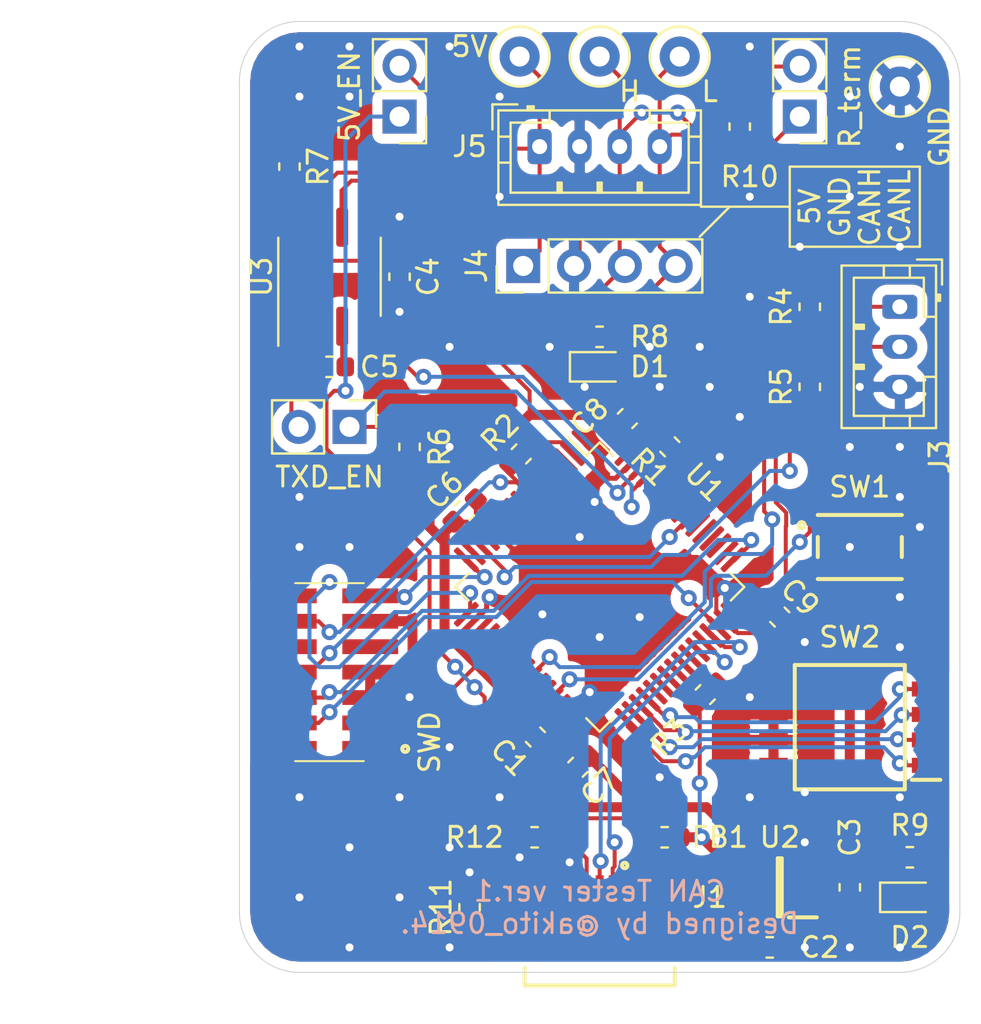
<source format=kicad_pcb>
(kicad_pcb (version 20171130) (host pcbnew "(5.1.6)-1")
  (layers (0 F.Cu signal) (31 B.Cu signal) (34 B.Paste user) (35 F.Paste user) (36 B.SilkS user) (37 F.SilkS user) (38 B.Mask user) (39 F.Mask user) (44 Edge.Cuts user))
  (net 0 "")
  (net 1 GND)
  (net 2 "Net-(C1-Pad1)")
  (net 3 +5V)
  (net 4 +3V3)
  (net 5 "Net-(D1-Pad2)")
  (net 6 "Net-(D2-Pad2)")
  (net 7 "Net-(FB1-Pad2)")
  (net 8 /USB_DM)
  (net 9 /USB_DP)
  (net 10 T_SWDIO)
  (net 11 T_SWCLK)
  (net 12 T_SWO)
  (net 13 T_NRST)
  (net 14 T_VCP_RX)
  (net 15 T_VCP_TX)
  (net 16 "Net-(J3-Pad2)")
  (net 17 "Net-(J4-Pad1)")
  (net 18 "Net-(J4-Pad3)")
  (net 19 "Net-(J4-Pad4)")
  (net 20 /CAN1_TX)
  (net 21 "Net-(JP1-Pad2)")
  (net 22 "Net-(JP2-Pad2)")
  (net 23 "Net-(R1-Pad1)")
  (net 24 "Net-(R3-Pad2)")
  (net 25 "Net-(R7-Pad2)")
  (net 26 "Net-(R8-Pad2)")
  (net 27 "Net-(SW1-Pad1)")
  (net 28 /DIPSW_1)
  (net 29 /DIPSW_2)
  (net 30 /DIPSW_3)
  (net 31 /DIPSW_4)
  (net 32 /CAN1_RX)
  (net 33 "Net-(J1-Pad4)")
  (net 34 "Net-(J1-Pad6)")
  (module LibLoader:FTSH-107-XX-YYY-DV-K-A-TR (layer F.Cu) (at -13.5 8.75 90)
    (fp_text reference SWD (at -3.5 5 90) (layer F.SilkS))
    (fp_text value SWD hide)
    (pad 1 smd rect (at -3.81 2.035 90) (size 0.74 2.79) (layers F.Cu F.Paste F.Mask))
    (pad 2 smd rect (at -3.81 -2.035 90) (size 0.74 2.79) (layers F.Cu F.Paste F.Mask))
    (pad 3 smd rect (at -2.54 2.035 90) (size 0.74 2.79) (layers F.Cu F.Paste F.Mask) (net 4 +3V3))
    (pad 4 smd rect (at -2.54 -2.035 90) (size 0.74 2.79) (layers F.Cu F.Paste F.Mask) (net 10 T_SWDIO))
    (pad 5 smd rect (at -1.27 2.035 90) (size 0.74 2.79) (layers F.Cu F.Paste F.Mask) (net 1 GND))
    (pad 6 smd rect (at -1.27 -2.035 90) (size 0.74 2.79) (layers F.Cu F.Paste F.Mask) (net 11 T_SWCLK))
    (pad 7 smd rect (at 0 2.035 90) (size 0.74 2.79) (layers F.Cu F.Paste F.Mask) (net 1 GND))
    (pad 8 smd rect (at 0 -2.035 90) (size 0.74 2.79) (layers F.Cu F.Paste F.Mask) (net 12 T_SWO))
    (pad 9 smd rect (at 1.27 2.035 90) (size 0.74 2.79) (layers F.Cu F.Paste F.Mask))
    (pad 10 smd rect (at 1.27 -2.035 90) (size 0.74 2.79) (layers F.Cu F.Paste F.Mask))
    (pad 11 smd rect (at 2.54 2.035 90) (size 0.74 2.79) (layers F.Cu F.Paste F.Mask) (net 1 GND))
    (pad 12 smd rect (at 2.54 -2.035 90) (size 0.74 2.79) (layers F.Cu F.Paste F.Mask) (net 13 T_NRST))
    (pad 13 smd rect (at 3.81 2.035 90) (size 0.74 2.79) (layers F.Cu F.Paste F.Mask) (net 14 T_VCP_RX))
    (pad 14 smd rect (at 3.81 -2.035 90) (size 0.74 2.79) (layers F.Cu F.Paste F.Mask) (net 15 T_VCP_TX))
    (pad "" np_thru_hole circle (at -3.175 0 90) (size 1.02 1.02) (drill 1.02) (layers *.Cu *.Mask))
    (pad "" np_thru_hole circle (at 3.175 0 90) (size 1.02 1.02) (drill 1.02) (layers *.Cu *.Mask))
  )
  (module Package_QFP:LQFP-64_10x10mm_P0.5mm (layer F.Cu) (at 0 4.5 315)
    (fp_text reference U1 (at 0 -7.4 135) (layer F.SilkS))
    (fp_text value STM32F446RETx)
    (pad 1 smd roundrect (at -5.675 -3.75 315) (size 1.55 0.3) (layers F.Cu F.Paste F.Mask) (net 4 +3V3))
    (pad 2 smd roundrect (at -5.675 -3.25 315) (size 1.55 0.3) (layers F.Cu F.Paste F.Mask))
    (pad 3 smd roundrect (at -5.675 -2.75 315) (size 1.55 0.3) (layers F.Cu F.Paste F.Mask))
    (pad 4 smd roundrect (at -5.675 -2.25 315) (size 1.55 0.3) (layers F.Cu F.Paste F.Mask))
    (pad 5 smd roundrect (at -5.675 -1.75 315) (size 1.55 0.3) (layers F.Cu F.Paste F.Mask))
    (pad 6 smd roundrect (at -5.675 -1.25 315) (size 1.55 0.3) (layers F.Cu F.Paste F.Mask))
    (pad 7 smd roundrect (at -5.675 -0.75 315) (size 1.55 0.3) (layers F.Cu F.Paste F.Mask) (net 13 T_NRST))
    (pad 8 smd roundrect (at -5.675 -0.25 315) (size 1.55 0.3) (layers F.Cu F.Paste F.Mask))
    (pad 9 smd roundrect (at -5.675 0.25 315) (size 1.55 0.3) (layers F.Cu F.Paste F.Mask))
    (pad 10 smd roundrect (at -5.675 0.75 315) (size 1.55 0.3) (layers F.Cu F.Paste F.Mask))
    (pad 11 smd roundrect (at -5.675 1.25 315) (size 1.55 0.3) (layers F.Cu F.Paste F.Mask))
    (pad 12 smd roundrect (at -5.675 1.75 315) (size 1.55 0.3) (layers F.Cu F.Paste F.Mask) (net 1 GND))
    (pad 13 smd roundrect (at -5.675 2.25 315) (size 1.55 0.3) (layers F.Cu F.Paste F.Mask) (net 4 +3V3))
    (pad 14 smd roundrect (at -5.675 2.75 315) (size 1.55 0.3) (layers F.Cu F.Paste F.Mask) (net 16 "Net-(J3-Pad2)"))
    (pad 15 smd roundrect (at -5.675 3.25 315) (size 1.55 0.3) (layers F.Cu F.Paste F.Mask))
    (pad 16 smd roundrect (at -5.675 3.75 315) (size 1.55 0.3) (layers F.Cu F.Paste F.Mask) (net 14 T_VCP_RX))
    (pad 17 smd roundrect (at -3.75 5.675 315) (size 0.3 1.55) (layers F.Cu F.Paste F.Mask) (net 15 T_VCP_TX))
    (pad 18 smd roundrect (at -3.25 5.675 315) (size 0.3 1.55) (layers F.Cu F.Paste F.Mask) (net 1 GND))
    (pad 19 smd roundrect (at -2.75 5.675 315) (size 0.3 1.55) (layers F.Cu F.Paste F.Mask) (net 4 +3V3))
    (pad 20 smd roundrect (at -2.25 5.675 315) (size 0.3 1.55) (layers F.Cu F.Paste F.Mask))
    (pad 21 smd roundrect (at -1.75 5.675 315) (size 0.3 1.55) (layers F.Cu F.Paste F.Mask))
    (pad 22 smd roundrect (at -1.25 5.675 315) (size 0.3 1.55) (layers F.Cu F.Paste F.Mask))
    (pad 23 smd roundrect (at -0.75 5.675 315) (size 0.3 1.55) (layers F.Cu F.Paste F.Mask))
    (pad 24 smd roundrect (at -0.25 5.675 315) (size 0.3 1.55) (layers F.Cu F.Paste F.Mask))
    (pad 25 smd roundrect (at 0.25 5.675 315) (size 0.3 1.55) (layers F.Cu F.Paste F.Mask))
    (pad 26 smd roundrect (at 0.75 5.675 315) (size 0.3 1.55) (layers F.Cu F.Paste F.Mask) (net 26 "Net-(R8-Pad2)"))
    (pad 27 smd roundrect (at 1.25 5.675 315) (size 0.3 1.55) (layers F.Cu F.Paste F.Mask))
    (pad 28 smd roundrect (at 1.75 5.675 315) (size 0.3 1.55) (layers F.Cu F.Paste F.Mask))
    (pad 29 smd roundrect (at 2.25 5.675 315) (size 0.3 1.55) (layers F.Cu F.Paste F.Mask) (net 27 "Net-(SW1-Pad1)"))
    (pad 30 smd roundrect (at 2.75 5.675 315) (size 0.3 1.55) (layers F.Cu F.Paste F.Mask) (net 2 "Net-(C1-Pad1)"))
    (pad 31 smd roundrect (at 3.25 5.675 315) (size 0.3 1.55) (layers F.Cu F.Paste F.Mask) (net 1 GND))
    (pad 32 smd roundrect (at 3.75 5.675 315) (size 0.3 1.55) (layers F.Cu F.Paste F.Mask) (net 4 +3V3))
    (pad 33 smd roundrect (at 5.675 3.75 315) (size 1.55 0.3) (layers F.Cu F.Paste F.Mask) (net 28 /DIPSW_1))
    (pad 34 smd roundrect (at 5.675 3.25 315) (size 1.55 0.3) (layers F.Cu F.Paste F.Mask) (net 29 /DIPSW_2))
    (pad 35 smd roundrect (at 5.675 2.75 315) (size 1.55 0.3) (layers F.Cu F.Paste F.Mask) (net 30 /DIPSW_3))
    (pad 36 smd roundrect (at 5.675 2.25 315) (size 1.55 0.3) (layers F.Cu F.Paste F.Mask) (net 31 /DIPSW_4))
    (pad 37 smd roundrect (at 5.675 1.75 315) (size 1.55 0.3) (layers F.Cu F.Paste F.Mask))
    (pad 38 smd roundrect (at 5.675 1.25 315) (size 1.55 0.3) (layers F.Cu F.Paste F.Mask))
    (pad 39 smd roundrect (at 5.675 0.75 315) (size 1.55 0.3) (layers F.Cu F.Paste F.Mask))
    (pad 40 smd roundrect (at 5.675 0.25 315) (size 1.55 0.3) (layers F.Cu F.Paste F.Mask))
    (pad 41 smd roundrect (at 5.675 -0.25 315) (size 1.55 0.3) (layers F.Cu F.Paste F.Mask))
    (pad 42 smd roundrect (at 5.675 -0.75 315) (size 1.55 0.3) (layers F.Cu F.Paste F.Mask) (net 24 "Net-(R3-Pad2)"))
    (pad 43 smd roundrect (at 5.675 -1.25 315) (size 1.55 0.3) (layers F.Cu F.Paste F.Mask))
    (pad 44 smd roundrect (at 5.675 -1.75 315) (size 1.55 0.3) (layers F.Cu F.Paste F.Mask) (net 8 /USB_DM))
    (pad 45 smd roundrect (at 5.675 -2.25 315) (size 1.55 0.3) (layers F.Cu F.Paste F.Mask) (net 9 /USB_DP))
    (pad 46 smd roundrect (at 5.675 -2.75 315) (size 1.55 0.3) (layers F.Cu F.Paste F.Mask) (net 10 T_SWDIO))
    (pad 47 smd roundrect (at 5.675 -3.25 315) (size 1.55 0.3) (layers F.Cu F.Paste F.Mask) (net 1 GND))
    (pad 48 smd roundrect (at 5.675 -3.75 315) (size 1.55 0.3) (layers F.Cu F.Paste F.Mask) (net 4 +3V3))
    (pad 49 smd roundrect (at 3.75 -5.675 315) (size 0.3 1.55) (layers F.Cu F.Paste F.Mask) (net 11 T_SWCLK))
    (pad 50 smd roundrect (at 3.25 -5.675 315) (size 0.3 1.55) (layers F.Cu F.Paste F.Mask))
    (pad 51 smd roundrect (at 2.75 -5.675 315) (size 0.3 1.55) (layers F.Cu F.Paste F.Mask))
    (pad 52 smd roundrect (at 2.25 -5.675 315) (size 0.3 1.55) (layers F.Cu F.Paste F.Mask))
    (pad 53 smd roundrect (at 1.75 -5.675 315) (size 0.3 1.55) (layers F.Cu F.Paste F.Mask))
    (pad 54 smd roundrect (at 1.25 -5.675 315) (size 0.3 1.55) (layers F.Cu F.Paste F.Mask))
    (pad 55 smd roundrect (at 0.75 -5.675 315) (size 0.3 1.55) (layers F.Cu F.Paste F.Mask) (net 12 T_SWO))
    (pad 56 smd roundrect (at 0.25 -5.675 315) (size 0.3 1.55) (layers F.Cu F.Paste F.Mask))
    (pad 57 smd roundrect (at -0.25 -5.675 315) (size 0.3 1.55) (layers F.Cu F.Paste F.Mask))
    (pad 58 smd roundrect (at -0.75 -5.675 315) (size 0.3 1.55) (layers F.Cu F.Paste F.Mask))
    (pad 59 smd roundrect (at -1.25 -5.675 315) (size 0.3 1.55) (layers F.Cu F.Paste F.Mask))
    (pad 60 smd roundrect (at -1.75 -5.675 315) (size 0.3 1.55) (layers F.Cu F.Paste F.Mask) (net 23 "Net-(R1-Pad1)"))
    (pad 61 smd roundrect (at -2.25 -5.675 315) (size 0.3 1.55) (layers F.Cu F.Paste F.Mask) (net 32 /CAN1_RX))
    (pad 62 smd roundrect (at -2.75 -5.675 315) (size 0.3 1.55) (layers F.Cu F.Paste F.Mask) (net 20 /CAN1_TX))
    (pad 63 smd roundrect (at -3.25 -5.675 315) (size 0.3 1.55) (layers F.Cu F.Paste F.Mask) (net 1 GND))
    (pad 64 smd roundrect (at -3.75 -5.675 315) (size 0.3 1.55) (layers F.Cu F.Paste F.Mask) (net 4 +3V3))
  )
  (module Capacitor_SMD:C_0603_1608Metric (layer F.Cu) (at -3.20994 11.992121 315)
    (fp_text reference C1 (at -0.199532 1.624888 135) (layer F.SilkS))
    (fp_text value 4.7u)
    (pad 1 smd roundrect (at -0.7875 0 315) (size 0.875 0.95) (layers F.Cu F.Paste F.Mask) (net 2 "Net-(C1-Pad1)"))
    (pad 2 smd roundrect (at 0.7875 0 315) (size 0.875 0.95) (layers F.Cu F.Paste F.Mask) (net 1 GND))
  )
  (module Capacitor_SMD:C_0603_1608Metric (layer F.Cu) (at 8.5 22.5)
    (fp_text reference C2 (at 2.5 0) (layer F.SilkS))
    (fp_text value 0.1u)
    (pad 2 smd roundrect (at 0.7875 0) (size 0.875 0.95) (layers F.Cu F.Paste F.Mask) (net 1 GND))
    (pad 1 smd roundrect (at -0.7875 0) (size 0.875 0.95) (layers F.Cu F.Paste F.Mask) (net 3 +5V))
  )
  (module Capacitor_SMD:C_0603_1608Metric (layer F.Cu) (at 12.5 19.5 270)
    (fp_text reference C3 (at -2.5 0 90) (layer F.SilkS))
    (fp_text value 0.1u)
    (pad 1 smd roundrect (at -0.7875 0 270) (size 0.875 0.95) (layers F.Cu F.Paste F.Mask) (net 4 +3V3))
    (pad 2 smd roundrect (at 0.7875 0 270) (size 0.875 0.95) (layers F.Cu F.Paste F.Mask) (net 1 GND))
  )
  (module Capacitor_SMD:C_0603_1608Metric (layer F.Cu) (at -10 -11 270)
    (fp_text reference C4 (at 0 -1.43 90) (layer F.SilkS))
    (fp_text value 0.1u)
    (pad 1 smd roundrect (at -0.7875 0 270) (size 0.875 0.95) (layers F.Cu F.Paste F.Mask) (net 4 +3V3))
    (pad 2 smd roundrect (at 0.7875 0 270) (size 0.875 0.95) (layers F.Cu F.Paste F.Mask) (net 1 GND))
  )
  (module Capacitor_SMD:C_0603_1608Metric (layer F.Cu) (at -13.5 -6.5 180)
    (fp_text reference C5 (at -2.5 0) (layer F.SilkS))
    (fp_text value 0.1u)
    (pad 1 smd roundrect (at -0.7875 0 180) (size 0.875 0.95) (layers F.Cu F.Paste F.Mask) (net 3 +5V))
    (pad 2 smd roundrect (at 0.7875 0 180) (size 0.875 0.95) (layers F.Cu F.Paste F.Mask) (net 1 GND))
  )
  (module LED_SMD:LED_0603_1608Metric (layer F.Cu) (at 0 -6.5)
    (fp_text reference D1 (at 2.5 0) (layer F.SilkS))
    (fp_text value USER_LED)
    (pad 2 smd roundrect (at 0.7875 0) (size 0.875 0.95) (layers F.Cu F.Paste F.Mask) (net 5 "Net-(D1-Pad2)"))
    (pad 1 smd roundrect (at -0.7875 0) (size 0.875 0.95) (layers F.Cu F.Paste F.Mask) (net 1 GND))
  )
  (module LED_SMD:LED_0603_1608Metric (layer F.Cu) (at 15.5 20)
    (fp_text reference D2 (at 0 2) (layer F.SilkS))
    (fp_text value 3V3_LED)
    (pad 1 smd roundrect (at -0.7875 0) (size 0.875 0.95) (layers F.Cu F.Paste F.Mask) (net 1 GND))
    (pad 2 smd roundrect (at 0.7875 0) (size 0.875 0.95) (layers F.Cu F.Paste F.Mask) (net 6 "Net-(D2-Pad2)"))
  )
  (module Inductor_SMD:L_0603_1608Metric (layer F.Cu) (at 3.25 17 180)
    (fp_text reference FB1 (at -2.75 0) (layer F.SilkS))
    (fp_text value Ferrite_Bead)
    (pad 1 smd roundrect (at -0.7875 0 180) (size 0.875 0.95) (layers F.Cu F.Paste F.Mask) (net 3 +5V))
    (pad 2 smd roundrect (at 0.7875 0 180) (size 0.875 0.95) (layers F.Cu F.Paste F.Mask) (net 7 "Net-(FB1-Pad2)"))
  )
  (module LibLoader:ZX62R-B-5P (layer F.Cu) (at 0 24.4)
    (fp_text reference J1 (at 5.5 -4.4) (layer F.SilkS))
    (fp_text value USB_B_Micro hide)
    (pad 1 smd rect (at 1.3 -4.825) (size 0.4 1.35) (layers F.Cu F.Paste F.Mask) (net 7 "Net-(FB1-Pad2)"))
    (pad 2 smd rect (at 0.65 -4.825) (size 0.4 1.35) (layers F.Cu F.Paste F.Mask) (net 8 /USB_DM))
    (pad 3 smd rect (at 0 -4.825) (size 0.4 1.35) (layers F.Cu F.Paste F.Mask) (net 9 /USB_DP))
    (pad 4 smd rect (at -0.65 -4.825) (size 0.4 1.35) (layers F.Cu F.Paste F.Mask) (net 33 "Net-(J1-Pad4)"))
    (pad 5 smd rect (at -1.3 -4.825) (size 0.4 1.35) (layers F.Cu F.Paste F.Mask) (net 1 GND))
    (pad 6 smd rect (at -3.3 -4.5 90) (size 2 2.1) (layers F.Cu F.Paste F.Mask) (net 34 "Net-(J1-Pad6)"))
    (pad 7 smd rect (at 3.3 -4.5 90) (size 2 2.1) (layers F.Cu F.Paste F.Mask))
    (pad 8 smd rect (at -4.1 -2.15) (size 1.6 1.9) (layers F.Cu F.Paste F.Mask))
    (pad 9 smd rect (at 4.1 -2.15) (size 1.6 1.9) (layers F.Cu F.Paste F.Mask))
    (pad 10 smd rect (at -0.85 -2.15) (size 1.2 1.9) (layers F.Cu F.Paste F.Mask))
    (pad 11 smd rect (at 0.85 -2.15) (size 1.2 1.9) (layers F.Cu F.Paste F.Mask))
  )
  (module Connector_JST:JST_PH_B3B-PH-K_1x03_P2.00mm_Vertical (layer F.Cu) (at 15 -9.5 270)
    (fp_text reference J3 (at 7.5 -2 90) (layer F.SilkS))
    (fp_text value AnalogInput)
    (pad 1 thru_hole roundrect (at 0 0 270) (size 1.2 1.75) (drill 0.75) (layers *.Cu *.Mask) (roundrect_rratio 0.208333) (net 4 +3V3))
    (pad 2 thru_hole oval (at 2 0 270) (size 1.2 1.75) (drill 0.75) (layers *.Cu *.Mask) (net 16 "Net-(J3-Pad2)"))
    (pad 3 thru_hole oval (at 4 0 270) (size 1.2 1.75) (drill 0.75) (layers *.Cu *.Mask) (net 1 GND))
  )
  (module Connector_PinHeader_2.54mm:PinHeader_1x04_P2.54mm_Vertical (layer F.Cu) (at -3.82 -11.54 90)
    (fp_text reference J4 (at 0 -2.33 90) (layer F.SilkS))
    (fp_text value PinHeader)
    (pad 1 thru_hole rect (at 0 0 90) (size 1.7 1.7) (drill 1) (layers *.Cu *.Mask) (net 17 "Net-(J4-Pad1)"))
    (pad 2 thru_hole oval (at 0 2.54 90) (size 1.7 1.7) (drill 1) (layers *.Cu *.Mask) (net 1 GND))
    (pad 3 thru_hole oval (at 0 5.08 90) (size 1.7 1.7) (drill 1) (layers *.Cu *.Mask) (net 18 "Net-(J4-Pad3)"))
    (pad 4 thru_hole oval (at 0 7.62 90) (size 1.7 1.7) (drill 1) (layers *.Cu *.Mask) (net 19 "Net-(J4-Pad4)"))
  )
  (module Connector_JST:JST_PH_B4B-PH-K_1x04_P2.00mm_Vertical (layer F.Cu) (at -3 -17.5)
    (fp_text reference J5 (at -3.5 0) (layer F.SilkS))
    (fp_text value CAN_Connector)
    (pad 1 thru_hole roundrect (at 0 0) (size 1.2 1.75) (drill 0.75) (layers *.Cu *.Mask) (roundrect_rratio 0.208333) (net 17 "Net-(J4-Pad1)"))
    (pad 2 thru_hole oval (at 2 0) (size 1.2 1.75) (drill 0.75) (layers *.Cu *.Mask) (net 1 GND))
    (pad 3 thru_hole oval (at 4 0) (size 1.2 1.75) (drill 0.75) (layers *.Cu *.Mask) (net 18 "Net-(J4-Pad3)"))
    (pad 4 thru_hole oval (at 6 0) (size 1.2 1.75) (drill 0.75) (layers *.Cu *.Mask) (net 19 "Net-(J4-Pad4)"))
  )
  (module Connector_PinHeader_2.54mm:PinHeader_1x02_P2.54mm_Vertical (layer F.Cu) (at -12.5 -3.5 270)
    (fp_text reference TXD_EN (at 2.5 1 180) (layer F.SilkS))
    (fp_text value TXD_EN)
    (pad 1 thru_hole rect (at 0 0 270) (size 1.7 1.7) (drill 1) (layers *.Cu *.Mask) (net 20 /CAN1_TX))
    (pad 2 thru_hole oval (at 0 2.54 270) (size 1.7 1.7) (drill 1) (layers *.Cu *.Mask) (net 21 "Net-(JP1-Pad2)"))
  )
  (module Connector_PinHeader_2.54mm:PinHeader_1x02_P2.54mm_Vertical (layer F.Cu) (at 10 -19 180)
    (fp_text reference R_term (at -2.5 1 90) (layer F.SilkS))
    (fp_text value Rteam_EN)
    (pad 1 thru_hole rect (at 0 0 180) (size 1.7 1.7) (drill 1) (layers *.Cu *.Mask) (net 19 "Net-(J4-Pad4)"))
    (pad 2 thru_hole oval (at 0 2.54 180) (size 1.7 1.7) (drill 1) (layers *.Cu *.Mask) (net 22 "Net-(JP2-Pad2)"))
  )
  (module Connector_PinHeader_2.54mm:PinHeader_1x02_P2.54mm_Vertical (layer F.Cu) (at -10 -19 180)
    (fp_text reference 5V_EN (at 2.5 1 90) (layer F.SilkS))
    (fp_text value CAN5V_EN)
    (pad 2 thru_hole oval (at 0 2.54 180) (size 1.7 1.7) (drill 1) (layers *.Cu *.Mask) (net 17 "Net-(J4-Pad1)"))
    (pad 1 thru_hole rect (at 0 0 180) (size 1.7 1.7) (drill 1) (layers *.Cu *.Mask) (net 3 +5V))
  )
  (module Resistor_SMD:R_0603_1608Metric (layer F.Cu) (at 3.507574 -2.503568 135)
    (fp_text reference R1 (at 0 -1.43 135) (layer F.SilkS))
    (fp_text value 10k)
    (pad 2 smd roundrect (at 0.7875 0 135) (size 0.875 0.95) (layers F.Cu F.Paste F.Mask) (net 1 GND))
    (pad 1 smd roundrect (at -0.7875 0 135) (size 0.875 0.95) (layers F.Cu F.Paste F.Mask) (net 23 "Net-(R1-Pad1)"))
  )
  (module Resistor_SMD:R_0603_1608Metric (layer F.Cu) (at -3.917047 -2.150014 225)
    (fp_text reference R2 (at 0 1.5 45) (layer F.SilkS))
    (fp_text value 10k)
    (pad 2 smd roundrect (at 0.7875 0 225) (size 0.875 0.95) (layers F.Cu F.Paste F.Mask) (net 13 T_NRST))
    (pad 1 smd roundrect (at -0.7875 0 225) (size 0.875 0.95) (layers F.Cu F.Paste F.Mask) (net 4 +3V3))
  )
  (module Resistor_SMD:R_0603_1608Metric (layer F.Cu) (at 5.275341 9.870801 45)
    (fp_text reference R3 (at -2.760927 0.250215 45) (layer F.SilkS))
    (fp_text value 10k)
    (pad 2 smd roundrect (at 0.7875 0 45) (size 0.875 0.95) (layers F.Cu F.Paste F.Mask) (net 24 "Net-(R3-Pad2)"))
    (pad 1 smd roundrect (at -0.7875 0 45) (size 0.875 0.95) (layers F.Cu F.Paste F.Mask) (net 3 +5V))
  )
  (module Resistor_SMD:R_0603_1608Metric (layer F.Cu) (at 10.5 -9.5 90)
    (fp_text reference R4 (at 0 -1.43 90) (layer F.SilkS))
    (fp_text value 1M)
    (pad 2 smd roundrect (at 0.7875 0 90) (size 0.875 0.95) (layers F.Cu F.Paste F.Mask) (net 4 +3V3))
    (pad 1 smd roundrect (at -0.7875 0 90) (size 0.875 0.95) (layers F.Cu F.Paste F.Mask) (net 16 "Net-(J3-Pad2)"))
  )
  (module Resistor_SMD:R_0603_1608Metric (layer F.Cu) (at 10.5 -5.5 90)
    (fp_text reference R5 (at 0 -1.43 90) (layer F.SilkS))
    (fp_text value 1M)
    (pad 2 smd roundrect (at 0.7875 0 90) (size 0.875 0.95) (layers F.Cu F.Paste F.Mask) (net 16 "Net-(J3-Pad2)"))
    (pad 1 smd roundrect (at -0.7875 0 90) (size 0.875 0.95) (layers F.Cu F.Paste F.Mask) (net 1 GND))
  )
  (module Resistor_SMD:R_0603_1608Metric (layer F.Cu) (at -9.5 -2.5 90)
    (fp_text reference R6 (at 0 1.5 90) (layer F.SilkS))
    (fp_text value 10k)
    (pad 2 smd roundrect (at 0.7875 0 90) (size 0.875 0.95) (layers F.Cu F.Paste F.Mask) (net 20 /CAN1_TX))
    (pad 1 smd roundrect (at -0.7875 0 90) (size 0.875 0.95) (layers F.Cu F.Paste F.Mask) (net 4 +3V3))
  )
  (module Resistor_SMD:R_0603_1608Metric (layer F.Cu) (at -15.5 -16.5 270)
    (fp_text reference R7 (at 0 -1.43 90) (layer F.SilkS))
    (fp_text value 10k)
    (pad 2 smd roundrect (at 0.7875 0 270) (size 0.875 0.95) (layers F.Cu F.Paste F.Mask) (net 25 "Net-(R7-Pad2)"))
    (pad 1 smd roundrect (at -0.7875 0 270) (size 0.875 0.95) (layers F.Cu F.Paste F.Mask) (net 4 +3V3))
  )
  (module Resistor_SMD:R_0603_1608Metric (layer F.Cu) (at 0 -8 180)
    (fp_text reference R8 (at -2.5 0) (layer F.SilkS))
    (fp_text value 1k)
    (pad 1 smd roundrect (at -0.7875 0 180) (size 0.875 0.95) (layers F.Cu F.Paste F.Mask) (net 5 "Net-(D1-Pad2)"))
    (pad 2 smd roundrect (at 0.7875 0 180) (size 0.875 0.95) (layers F.Cu F.Paste F.Mask) (net 26 "Net-(R8-Pad2)"))
  )
  (module Resistor_SMD:R_0603_1608Metric (layer F.Cu) (at 15.5 18 180)
    (fp_text reference R9 (at 0 1.6) (layer F.SilkS))
    (fp_text value 1k)
    (pad 2 smd roundrect (at 0.7875 0 180) (size 0.875 0.95) (layers F.Cu F.Paste F.Mask) (net 4 +3V3))
    (pad 1 smd roundrect (at -0.7875 0 180) (size 0.875 0.95) (layers F.Cu F.Paste F.Mask) (net 6 "Net-(D2-Pad2)"))
  )
  (module Resistor_SMD:R_0603_1608Metric (layer F.Cu) (at 7 -18.5 270)
    (fp_text reference R10 (at 2.5 -0.5 180) (layer F.SilkS))
    (fp_text value 120R)
    (pad 1 smd roundrect (at -0.7875 0 270) (size 0.875 0.95) (layers F.Cu F.Paste F.Mask) (net 22 "Net-(JP2-Pad2)"))
    (pad 2 smd roundrect (at 0.7875 0 270) (size 0.875 0.95) (layers F.Cu F.Paste F.Mask) (net 18 "Net-(J4-Pad3)"))
  )
  (module LibLoader:SKRPACE010 (layer F.Cu) (at 13 2.5)
    (fp_text reference SW1 (at 0 -3) (layer F.SilkS))
    (fp_text value USER_BUTTON hide)
    (pad 1 smd rect (at -2.075 -1.075 90) (size 0.65 1.05) (layers F.Cu F.Paste F.Mask) (net 27 "Net-(SW1-Pad1)"))
    (pad 2 smd rect (at 2.075 -1.075 90) (size 0.65 1.05) (layers F.Cu F.Paste F.Mask) (net 1 GND))
    (pad 3 smd rect (at -2.075 1.075 90) (size 0.65 1.05) (layers F.Cu F.Paste F.Mask))
    (pad 4 smd rect (at 2.075 1.075 90) (size 0.65 1.05) (layers F.Cu F.Paste F.Mask))
  )
  (module LibLoader:SOIC127P812X230-8N (layer F.Cu) (at 12.5 11.5 180)
    (fp_text reference SW2 (at 0 4.5) (layer F.SilkS))
    (fp_text value ID_SELECT hide)
    (pad 1 smd rect (at -3.812 -1.905 270) (size 0.75 1.425) (layers F.Cu F.Paste F.Mask) (net 28 /DIPSW_1))
    (pad 2 smd rect (at -3.812 -0.635 270) (size 0.75 1.425) (layers F.Cu F.Paste F.Mask) (net 29 /DIPSW_2))
    (pad 3 smd rect (at -3.812 0.635 270) (size 0.75 1.425) (layers F.Cu F.Paste F.Mask) (net 30 /DIPSW_3))
    (pad 4 smd rect (at -3.812 1.905 270) (size 0.75 1.425) (layers F.Cu F.Paste F.Mask) (net 31 /DIPSW_4))
    (pad 5 smd rect (at 3.812 1.905 270) (size 0.75 1.425) (layers F.Cu F.Paste F.Mask) (net 1 GND))
    (pad 6 smd rect (at 3.812 0.635 270) (size 0.75 1.425) (layers F.Cu F.Paste F.Mask) (net 1 GND))
    (pad 7 smd rect (at 3.812 -0.635 270) (size 0.75 1.425) (layers F.Cu F.Paste F.Mask) (net 1 GND))
    (pad 8 smd rect (at 3.812 -1.905 270) (size 0.75 1.425) (layers F.Cu F.Paste F.Mask) (net 1 GND))
  )
  (module TestPoint:TestPoint_Loop_D2.50mm_Drill1.0mm_LowProfile (layer F.Cu) (at 0 -22)
    (fp_text reference H (at 1.5 1.75 180) (layer F.SilkS))
    (fp_text value TP_CANH)
    (pad 1 thru_hole circle (at 0 0) (size 2 2) (drill 1) (layers *.Cu *.Mask) (net 18 "Net-(J4-Pad3)"))
  )
  (module TestPoint:TestPoint_Loop_D2.50mm_Drill1.0mm_LowProfile (layer F.Cu) (at 4 -22)
    (fp_text reference L (at 1.5 1.75 180) (layer F.SilkS))
    (fp_text value TP_CANL)
    (pad 1 thru_hole circle (at 0 0) (size 2 2) (drill 1) (layers *.Cu *.Mask) (net 19 "Net-(J4-Pad4)"))
  )
  (module TestPoint:TestPoint_Loop_D2.50mm_Drill1.0mm_LowProfile (layer F.Cu) (at -4 -22)
    (fp_text reference 5V (at -2.5 -0.5 180) (layer F.SilkS))
    (fp_text value TP_5V)
    (pad 1 thru_hole circle (at 0 0) (size 2 2) (drill 1) (layers *.Cu *.Mask) (net 17 "Net-(J4-Pad1)"))
  )
  (module TestPoint:TestPoint_Loop_D2.50mm_Drill1.0mm_LowProfile (layer F.Cu) (at 15 -20.5)
    (fp_text reference GND (at 2 2.5 90) (layer F.SilkS))
    (fp_text value TP_GND)
    (pad 1 thru_hole circle (at 0 0) (size 2 2) (drill 1) (layers *.Cu *.Mask) (net 1 GND))
  )
  (module Package_SO:SOIC-8_3.9x4.9mm_P1.27mm (layer F.Cu) (at -13.5 -11 90)
    (fp_text reference U3 (at 0 -3.4 90) (layer F.SilkS))
    (fp_text value MCP2562-E-SN)
    (pad 1 smd roundrect (at -2.475 -1.905 90) (size 1.95 0.6) (layers F.Cu F.Paste F.Mask) (net 21 "Net-(JP1-Pad2)"))
    (pad 2 smd roundrect (at -2.475 -0.635 90) (size 1.95 0.6) (layers F.Cu F.Paste F.Mask) (net 1 GND))
    (pad 3 smd roundrect (at -2.475 0.635 90) (size 1.95 0.6) (layers F.Cu F.Paste F.Mask) (net 3 +5V))
    (pad 4 smd roundrect (at -2.475 1.905 90) (size 1.95 0.6) (layers F.Cu F.Paste F.Mask) (net 32 /CAN1_RX))
    (pad 5 smd roundrect (at 2.475 1.905 90) (size 1.95 0.6) (layers F.Cu F.Paste F.Mask) (net 4 +3V3))
    (pad 6 smd roundrect (at 2.475 0.635 90) (size 1.95 0.6) (layers F.Cu F.Paste F.Mask) (net 19 "Net-(J4-Pad4)"))
    (pad 7 smd roundrect (at 2.475 -0.635 90) (size 1.95 0.6) (layers F.Cu F.Paste F.Mask) (net 18 "Net-(J4-Pad3)"))
    (pad 8 smd roundrect (at 2.475 -1.905 90) (size 1.95 0.6) (layers F.Cu F.Paste F.Mask) (net 25 "Net-(R7-Pad2)"))
  )
  (module Resistor_SMD:R_0603_1608Metric (layer F.Cu) (at -6.5 20.5 90)
    (fp_text reference R11 (at 0 -1.43 90) (layer F.SilkS))
    (fp_text value 0R)
    (pad 2 smd roundrect (at 0.7875 0 90) (size 0.875 0.95) (layers F.Cu F.Paste F.Mask) (net 1 GND))
    (pad 1 smd roundrect (at -0.7875 0 90) (size 0.875 0.95) (layers F.Cu F.Paste F.Mask) (net 34 "Net-(J1-Pad6)"))
  )
  (module Resistor_SMD:R_0603_1608Metric (layer F.Cu) (at -3.25 17 180)
    (fp_text reference R12 (at 3 0) (layer F.SilkS))
    (fp_text value 0R)
    (pad 1 smd roundrect (at -0.7875 0 180) (size 0.875 0.95) (layers F.Cu F.Paste F.Mask) (net 33 "Net-(J1-Pad4)"))
    (pad 2 smd roundrect (at 0.7875 0 180) (size 0.875 0.95) (layers F.Cu F.Paste F.Mask) (net 1 GND))
  )
  (module LibLoader:SOT95P255X145-3N (layer F.Cu) (at 9 19.5 180)
    (fp_text reference U2 (at 0 2.5) (layer F.SilkS))
    (fp_text value MCP1703A-3302_SOT23 hide)
    (pad 1 smd rect (at -1.15 -0.95 270) (size 0.6 1.4) (layers F.Cu F.Paste F.Mask) (net 1 GND))
    (pad 2 smd rect (at -1.15 0.95 270) (size 0.6 1.4) (layers F.Cu F.Paste F.Mask) (net 4 +3V3))
    (pad 3 smd rect (at 1.15 0 270) (size 0.6 1.4) (layers F.Cu F.Paste F.Mask) (net 3 +5V))
  )
  (module Capacitor_SMD:C_0603_1608Metric (layer F.Cu) (at -6.745474 0.678413 45)
    (fp_text reference C6 (at 0 -1.43 45) (layer F.SilkS))
    (fp_text value 0.1u)
    (pad 2 smd roundrect (at 0.7875 0 45) (size 0.875 0.95) (layers F.Cu F.Paste F.Mask) (net 1 GND))
    (pad 1 smd roundrect (at -0.7875 0 45) (size 0.875 0.95) (layers F.Cu F.Paste F.Mask) (net 4 +3V3))
  )
  (module Capacitor_SMD:C_0603_1608Metric (layer F.Cu) (at -1.08862 13.5 225)
    (fp_text reference C7 (at -0.062664 -1.476877 45) (layer F.SilkS))
    (fp_text value 0.1u)
    (pad 1 smd roundrect (at -0.7875 0 225) (size 0.875 0.95) (layers F.Cu F.Paste F.Mask) (net 4 +3V3))
    (pad 2 smd roundrect (at 0.7875 0 225) (size 0.875 0.95) (layers F.Cu F.Paste F.Mask) (net 1 GND))
  )
  (module Capacitor_SMD:C_0603_1608Metric (layer F.Cu) (at 1.386254 -3.917781 45)
    (fp_text reference C8 (at -1.275645 -1.391921 45) (layer F.SilkS))
    (fp_text value 0.1u)
    (pad 2 smd roundrect (at 0.7875 0 45) (size 0.875 0.95) (layers F.Cu F.Paste F.Mask) (net 1 GND))
    (pad 1 smd roundrect (at -0.7875 0 45) (size 0.875 0.95) (layers F.Cu F.Paste F.Mask) (net 4 +3V3))
  )
  (module Capacitor_SMD:C_0603_1608Metric (layer F.Cu) (at 9 6 315)
    (fp_text reference C9 (at 0 -1.414214 315) (layer F.SilkS))
    (fp_text value 0.1u)
    (pad 1 smd roundrect (at -0.7875 0 315) (size 0.875 0.95) (layers F.Cu F.Paste F.Mask) (net 4 +3V3))
    (pad 2 smd roundrect (at 0.7875 0 315) (size 0.875 0.95) (layers F.Cu F.Paste F.Mask) (net 1 GND))
  )
  (gr_text "CAN Tester ver.1\nDesigned by @akito_0914." (at 0 20.5) (layer B.SilkS) (effects (font (size 1 1)) (justify mirror)))
  (gr_line (start 5 -13) (end 6.5 -14.5) (layer F.SilkS) (width 0.12))
  (gr_line (start 9.5 -14.5) (end 5.06 -14.5) (layer F.SilkS) (width 0.12))
  (gr_line (start 9.5 -12.5) (end 9.5 -16.5) (layer F.SilkS) (width 0.12))
  (gr_line (start 16 -12.5) (end 9.5 -12.5) (layer F.SilkS) (width 0.12))
  (gr_line (start 16 -16.5) (end 16 -12.5) (layer F.SilkS) (width 0.12))
  (gr_line (start 9.5 -16.5) (end 16 -16.5) (layer F.SilkS) (width 0.12))
  (gr_text 5V (at 10.5 -14.5 90) (layer F.SilkS) (effects (font (size 1 1))))
  (gr_text GND (at 12 -14.5 90) (layer F.SilkS) (effects (font (size 1 1))))
  (gr_text CANL (at 15 -14.5 90) (layer F.SilkS) (effects (font (size 1 1))))
  (gr_text CANH (at 13.5 -14.5 90) (layer F.SilkS) (effects (font (size 1 1))))
  (gr_arc (start -15 20.75) (end -18 20.75) (angle -90) (layer Edge.Cuts) (width 0.05))
  (gr_arc (start 15 20.75) (end 15 23.75) (angle -90) (layer Edge.Cuts) (width 0.05))
  (gr_arc (start 15 -20.75) (end 18 -20.75) (angle -90) (layer Edge.Cuts) (width 0.05))
  (gr_arc (start -15 -20.75) (end -15 -23.75) (angle -90) (layer Edge.Cuts) (width 0.05))
  (gr_line (start -18 20.75) (end -18 -20.75) (layer Edge.Cuts) (width 0.05))
  (gr_line (start 15 23.75) (end -15 23.75) (layer Edge.Cuts) (width 0.05))
  (gr_line (start 18 -20.75) (end 18 20.75) (layer Edge.Cuts) (width 0.05))
  (gr_line (start -15 -23.75) (end 15 -23.75) (layer Edge.Cuts) (width 0.05))
  (segment (start -14.135 -8.525) (end -14.135 -6.865) (width 0.2) (layer F.Cu) (net 1))
  (segment (start -14.135 -6.865) (end -14.5 -6.5) (width 0.2) (layer F.Cu) (net 1))
  (segment (start -1 -17.5) (end -1 -11.8) (width 0.2) (layer F.Cu) (net 1))
  (segment (start -1 -11.8) (end -1.3 -11.5) (width 0.2) (layer F.Cu) (net 1))
  (segment (start -10 -10.2125) (end -13.6875 -10.2125) (width 0.2) (layer F.Cu) (net 1))
  (segment (start -13.6875 -10.2125) (end -14.1 -9.8) (width 0.2) (layer F.Cu) (net 1))
  (segment (start -14.1 -9.8) (end -14.1 -8.4) (width 0.2) (layer F.Cu) (net 1))
  (segment (start -6.188627 0.121566) (end -6.188627 0.811373) (width 0.2) (layer F.Cu) (net 1))
  (segment (start -6.188627 0.811373) (end -5.3 1.7) (width 0.2) (layer F.Cu) (net 1))
  (segment (start -2.653093 12.548968) (end -2.653093 11.753093) (width 0.2) (layer F.Cu) (net 1))
  (segment (start -2.653093 11.753093) (end -1.7 10.8) (width 0.2) (layer F.Cu) (net 1))
  (segment (start -1.645467 13.554533) (end -2.6 12.6) (width 0.2) (layer F.Cu) (net 1))
  (segment (start -1.645467 14.056847) (end -1.645467 13.554533) (width 0.2) (layer F.Cu) (net 1))
  (segment (start 2.950727 -3.060415) (end 1.7 -1.809688) (width 0.2) (layer F.Cu) (net 1))
  (segment (start 1.7 -1.809688) (end 1.7 -1.8) (width 0.2) (layer F.Cu) (net 1))
  (segment (start 1.943101 -4.474628) (end 2.9 -3.517729) (width 0.2) (layer F.Cu) (net 1))
  (segment (start 2.9 -3.517729) (end 2.9 -3) (width 0.2) (layer F.Cu) (net 1))
  (segment (start 15 -5.5) (end 11.3 -5.5) (width 0.2) (layer F.Cu) (net 1))
  (segment (start 11.3 -5.5) (end 10.5 -4.7) (width 0.2) (layer F.Cu) (net 1))
  (segment (start 12.5 20.2875) (end 10.2125 20.2875) (width 0.2) (layer F.Cu) (net 1))
  (segment (start 10.2125 20.2875) (end 10.1 20.4) (width 0.2) (layer F.Cu) (net 1))
  (segment (start 14.7125 20) (end 12.9 20) (width 0.2) (layer F.Cu) (net 1))
  (segment (start 12.9 20) (end 12.6 20.3) (width 0.2) (layer F.Cu) (net 1))
  (segment (start 9.2875 22.5) (end 9.2875 21.3125) (width 0.5) (layer F.Cu) (net 1))
  (segment (start 9.2875 21.3125) (end 10.1 20.5) (width 0.5) (layer F.Cu) (net 1))
  (segment (start 10.15 20.45) (end 12.45 20.45) (width 0.5) (layer F.Cu) (net 1))
  (segment (start 12.45 20.45) (end 12.5 20.4) (width 0.5) (layer F.Cu) (net 1))
  (segment (start 12.5 20.4) (end 12.5 20.3) (width 0.5) (layer F.Cu) (net 1))
  (via (at -1.5 18.25) (size 0.8) (drill 0.4) (layers F.Cu B.Cu) (net 1))
  (segment (start -1.3 19.575) (end -1.3 18.45) (width 0.5) (layer F.Cu) (net 1))
  (segment (start -1.3 18.45) (end -1.5 18.25) (width 0.5) (layer F.Cu) (net 1))
  (via (at 10.25 22.5) (size 0.8) (drill 0.4) (layers F.Cu B.Cu) (net 1))
  (segment (start -1.5 18.25) (end 2.75 22.5) (width 0.5) (layer B.Cu) (net 1))
  (segment (start 2.75 22.5) (end 10.25 22.5) (width 0.5) (layer B.Cu) (net 1))
  (segment (start 10.25 22.5) (end 9.25 22.5) (width 0.5) (layer F.Cu) (net 1))
  (segment (start -5.214928 1.724606) (end -3.791998 3.147536) (width 0.25) (layer F.Cu) (net 1))
  (segment (start -5.250268 1.724606) (end -5.214928 1.724606) (width 0.25) (layer F.Cu) (net 1))
  (via (at 10.25 17.25) (size 0.8) (drill 0.4) (layers F.Cu B.Cu) (net 1))
  (segment (start 10.25 17.25) (end 10.25 22.5) (width 0.5) (layer B.Cu) (net 1))
  (segment (start 9.556847 6.556847) (end 10.25 7.25) (width 0.5) (layer F.Cu) (net 1))
  (segment (start 10.095 9.595) (end 10.25 9.75) (width 0.2) (layer F.Cu) (net 1))
  (segment (start 8.688 9.595) (end 10.095 9.595) (width 0.2) (layer F.Cu) (net 1))
  (segment (start 10.25 7.25) (end 10.25 9.75) (width 0.5) (layer F.Cu) (net 1))
  (segment (start 8.688 10.865) (end 10.135 10.865) (width 0.2) (layer F.Cu) (net 1))
  (segment (start 10.135 10.865) (end 10.25 10.75) (width 0.2) (layer F.Cu) (net 1))
  (segment (start 10.25 9.75) (end 10.25 10.75) (width 0.5) (layer F.Cu) (net 1))
  (segment (start 10.25 10.75) (end 10.25 12) (width 0.5) (layer F.Cu) (net 1))
  (segment (start 10.115 12.135) (end 10.25 12) (width 0.2) (layer F.Cu) (net 1))
  (segment (start 8.688 12.135) (end 10.115 12.135) (width 0.2) (layer F.Cu) (net 1))
  (segment (start 10.155 13.405) (end 10.25 13.5) (width 0.2) (layer F.Cu) (net 1))
  (segment (start 10.25 12) (end 10.25 13.5) (width 0.5) (layer F.Cu) (net 1))
  (segment (start 8.688 13.405) (end 10.155 13.405) (width 0.2) (layer F.Cu) (net 1))
  (segment (start 10.25 13.5) (end 10.25 14.75) (width 0.5) (layer F.Cu) (net 1))
  (via (at 10.25 7.25) (size 0.8) (drill 0.4) (layers F.Cu B.Cu) (net 1))
  (segment (start 15 -18.5) (end 15 -20.5) (width 0.5) (layer B.Cu) (net 1))
  (segment (start 10.849999 -14.349999) (end 15 -18.5) (width 0.5) (layer B.Cu) (net 1))
  (segment (start 10.25 7.25) (end 10.849999 6.650001) (width 0.5) (layer B.Cu) (net 1))
  (segment (start -1 -15) (end -1 -17.5) (width 0.5) (layer B.Cu) (net 1))
  (segment (start 10.849999 -14.349999) (end -0.349999 -14.349999) (width 0.5) (layer B.Cu) (net 1))
  (segment (start -0.349999 -14.349999) (end -1 -15) (width 0.5) (layer B.Cu) (net 1))
  (via (at -10 -9.25) (size 0.8) (drill 0.4) (layers F.Cu B.Cu) (net 1))
  (segment (start -10 -10.2125) (end -10 -9.25) (width 0.5) (layer F.Cu) (net 1))
  (segment (start 10.849999 -9.099999) (end 10.849999 -14.349999) (width 0.5) (layer B.Cu) (net 1))
  (segment (start 10.75 -9.199998) (end 10.849999 -9.099999) (width 0.5) (layer B.Cu) (net 1))
  (segment (start -10 -9.25) (end 10.75 -9.25) (width 0.5) (layer B.Cu) (net 1))
  (segment (start 10.75 -9.25) (end 10.75 -9.199998) (width 0.5) (layer B.Cu) (net 1))
  (segment (start 10.949998 -5.5) (end 10.849999 -5.400001) (width 0.5) (layer B.Cu) (net 1))
  (segment (start 15 -5.5) (end 13 -5.5) (width 0.5) (layer B.Cu) (net 1))
  (segment (start 10.849999 -5.400001) (end 10.849999 -9.099999) (width 0.5) (layer B.Cu) (net 1))
  (segment (start 15.075 1.425) (end 15.925 1.425) (width 0.2) (layer F.Cu) (net 1))
  (via (at 16 1.5) (size 0.8) (drill 0.4) (layers F.Cu B.Cu) (net 1))
  (segment (start 15.925 1.425) (end 16 1.5) (width 0.2) (layer F.Cu) (net 1))
  (segment (start 11 1.5) (end 10.849999 1.349999) (width 0.2) (layer B.Cu) (net 1))
  (segment (start 16 1.5) (end 11 1.5) (width 0.2) (layer B.Cu) (net 1))
  (segment (start 10.849999 6.650001) (end 10.849999 1.349999) (width 0.5) (layer B.Cu) (net 1))
  (segment (start 10.849999 1.349999) (end 10.849999 -5.400001) (width 0.5) (layer B.Cu) (net 1))
  (via (at -6.5 18.75) (size 0.8) (drill 0.4) (layers F.Cu B.Cu) (net 1))
  (segment (start -6.5 19.7125) (end -6.5 18.75) (width 0.2) (layer F.Cu) (net 1))
  (segment (start -2 18.75) (end -1.5 18.25) (width 0.2) (layer B.Cu) (net 1))
  (via (at -4 18) (size 0.8) (drill 0.4) (layers F.Cu B.Cu) (net 1))
  (segment (start -4.0375 17) (end -4.0375 17.9625) (width 0.2) (layer F.Cu) (net 1))
  (segment (start -4.0375 17.9625) (end -4 18) (width 0.2) (layer F.Cu) (net 1))
  (segment (start -4 18) (end -4 18.75) (width 0.2) (layer B.Cu) (net 1))
  (segment (start -6.5 18.75) (end -4 18.75) (width 0.2) (layer B.Cu) (net 1))
  (segment (start -4 18.75) (end -2 18.75) (width 0.2) (layer B.Cu) (net 1))
  (segment (start 1.714734 -1.810928) (end 1.679396 -1.810928) (width 0.25) (layer F.Cu) (net 1))
  (segment (start 1.679396 -1.810928) (end 0.80058 -0.932112) (width 0.25) (layer F.Cu) (net 1))
  (segment (start 0.80058 -0.932112) (end 0.28765 -0.932112) (width 0.25) (layer F.Cu) (net 1))
  (segment (start 0.28765 -0.932112) (end -0.572231 -0.072231) (width 0.25) (layer F.Cu) (net 1))
  (segment (start -3.791998 3.147536) (end -3.697231 3.052769) (width 0.5) (layer F.Cu) (net 1))
  (segment (start -3.791998 5.25) (end -3.791998 3.147536) (width 0.5) (layer F.Cu) (net 1))
  (segment (start -3.791998 3.147536) (end -0.572231 -0.072231) (width 0.5) (layer F.Cu) (net 1))
  (via (at -0.5 9.75) (size 0.8) (drill 0.4) (layers F.Cu B.Cu) (net 1))
  (segment (start -0.653806 9.75) (end -0.5 9.75) (width 0.2) (layer F.Cu) (net 1))
  (segment (start -1.714734 10.810928) (end -0.653806 9.75) (width 0.2) (layer F.Cu) (net 1))
  (via (at -0.75 -5.5) (size 0.8) (drill 0.4) (layers F.Cu B.Cu) (net 1))
  (segment (start -0.7875 -6.5) (end -0.7875 -5.5375) (width 0.2) (layer F.Cu) (net 1))
  (segment (start -0.7875 -5.5375) (end -0.75 -5.5) (width 0.2) (layer F.Cu) (net 1))
  (segment (start 10.75 -5.5) (end 10.849999 -5.400001) (width 0.2) (layer B.Cu) (net 1))
  (segment (start -0.75 -5.5) (end 3 -5.5) (width 0.2) (layer B.Cu) (net 1))
  (segment (start -3.791998 5.25) (end -5.25 5.25) (width 0.5) (layer F.Cu) (net 1))
  (segment (start -5.649985 5.160021) (end -5.494982 5.005018) (width 0.25) (layer F.Cu) (net 1))
  (segment (start -6.280428 6.219572) (end -5.649985 5.589129) (width 0.25) (layer F.Cu) (net 1))
  (via (at -5.494982 5.005018) (size 0.8) (drill 0.4) (layers F.Cu B.Cu) (net 1))
  (segment (start -5.25 5.25) (end -5.494982 5.005018) (width 0.5) (layer F.Cu) (net 1))
  (segment (start -5.649985 5.589129) (end -5.649985 5.160021) (width 0.25) (layer F.Cu) (net 1))
  (segment (start -0.572231 -0.072231) (end -0.25 0.25) (width 0.5) (layer F.Cu) (net 1))
  (segment (start 9.313717 6.799977) (end 6.899977 6.799977) (width 0.2) (layer F.Cu) (net 1))
  (segment (start 9.556847 6.556847) (end 9.313717 6.799977) (width 0.2) (layer F.Cu) (net 1))
  (segment (start 6.899977 6.799977) (end 6.3 6.2) (width 0.2) (layer F.Cu) (net 1))
  (via (at -15 20) (size 0.8) (drill 0.4) (layers F.Cu B.Cu) (net 1))
  (via (at -12.5 17.5) (size 0.8) (drill 0.4) (layers F.Cu B.Cu) (net 1))
  (via (at -10 20) (size 0.8) (drill 0.4) (layers F.Cu B.Cu) (net 1))
  (via (at -7.5 17.5) (size 0.8) (drill 0.4) (layers F.Cu B.Cu) (net 1))
  (via (at -5 15) (size 0.8) (drill 0.4) (layers F.Cu B.Cu) (net 1))
  (via (at -12.5 22.5) (size 0.8) (drill 0.4) (layers F.Cu B.Cu) (net 1))
  (via (at -7.5 22.5) (size 0.8) (drill 0.4) (layers F.Cu B.Cu) (net 1))
  (via (at 12.5 22.5) (size 0.8) (drill 0.4) (layers F.Cu B.Cu) (net 1))
  (via (at 15 22.5) (size 0.8) (drill 0.4) (layers F.Cu B.Cu) (net 1))
  (via (at 15 15) (size 0.8) (drill 0.4) (layers F.Cu B.Cu) (net 1))
  (segment (start 10.25 14.75) (end 10.25 17.25) (width 0.5) (layer F.Cu) (net 1))
  (via (at 10.25 14.75) (size 0.8) (drill 0.4) (layers F.Cu B.Cu) (net 1))
  (via (at 7.5 15) (size 0.8) (drill 0.4) (layers F.Cu B.Cu) (net 1))
  (via (at 7.5 10) (size 0.8) (drill 0.4) (layers F.Cu B.Cu) (net 1))
  (via (at 15 7.5) (size 0.8) (drill 0.4) (layers F.Cu B.Cu) (net 1))
  (via (at 15 5) (size 0.8) (drill 0.4) (layers F.Cu B.Cu) (net 1))
  (via (at 12.5 2.5) (size 0.8) (drill 0.4) (layers F.Cu B.Cu) (net 1))
  (via (at 15 0) (size 0.8) (drill 0.4) (layers F.Cu B.Cu) (net 1))
  (via (at 15 -2.5) (size 0.8) (drill 0.4) (layers F.Cu B.Cu) (net 1))
  (via (at 12.5 -2.5) (size 0.8) (drill 0.4) (layers F.Cu B.Cu) (net 1))
  (segment (start 13 -5.5) (end 10.949998 -5.5) (width 0.5) (layer B.Cu) (net 1))
  (via (at 13 -5.5) (size 0.8) (drill 0.4) (layers F.Cu B.Cu) (net 1))
  (segment (start 5.5 -5.5) (end 10.75 -5.5) (width 0.2) (layer B.Cu) (net 1))
  (via (at 5.5 -5.5) (size 0.8) (drill 0.4) (layers F.Cu B.Cu) (net 1))
  (via (at 2.5 -7.5) (size 0.8) (drill 0.4) (layers F.Cu B.Cu) (net 1))
  (via (at 5 -7.5) (size 0.8) (drill 0.4) (layers F.Cu B.Cu) (net 1))
  (segment (start 3 -5.5) (end 5.5 -5.5) (width 0.2) (layer B.Cu) (net 1))
  (via (at 3 -5.5) (size 0.8) (drill 0.4) (layers F.Cu B.Cu) (net 1))
  (via (at 7.5 -10) (size 0.8) (drill 0.4) (layers F.Cu B.Cu) (net 1))
  (via (at 7.5 -15) (size 0.8) (drill 0.4) (layers F.Cu B.Cu) (net 1))
  (via (at 10 -12.5) (size 0.8) (drill 0.4) (layers F.Cu B.Cu) (net 1))
  (via (at 12.5 -15) (size 0.8) (drill 0.4) (layers F.Cu B.Cu) (net 1))
  (via (at 12.5 -20) (size 0.8) (drill 0.4) (layers F.Cu B.Cu) (net 1))
  (via (at 15 -17.5) (size 0.8) (drill 0.4) (layers F.Cu B.Cu) (net 1))
  (via (at 15 -12.5) (size 0.8) (drill 0.4) (layers F.Cu B.Cu) (net 1))
  (via (at 7.5 -22.5) (size 0.8) (drill 0.4) (layers F.Cu B.Cu) (net 1))
  (via (at -7.5 -22.5) (size 0.8) (drill 0.4) (layers F.Cu B.Cu) (net 1))
  (via (at -15 -22.5) (size 0.8) (drill 0.4) (layers F.Cu B.Cu) (net 1))
  (via (at -15 -20) (size 0.8) (drill 0.4) (layers F.Cu B.Cu) (net 1))
  (via (at -12.5 -22.5) (size 0.8) (drill 0.4) (layers F.Cu B.Cu) (net 1))
  (via (at -12.5 -20) (size 0.8) (drill 0.4) (layers F.Cu B.Cu) (net 1))
  (via (at -5 -20) (size 0.8) (drill 0.4) (layers F.Cu B.Cu) (net 1))
  (via (at -5 -15) (size 0.8) (drill 0.4) (layers F.Cu B.Cu) (net 1))
  (segment (start -11.5 8.75) (end -9.5 8.75) (width 0.2) (layer F.Cu) (net 1))
  (segment (start -11.5 10) (end -9.500032 10) (width 0.2) (layer F.Cu) (net 1))
  (segment (start -9.500032 10) (end -9.5 10.000032) (width 0.2) (layer F.Cu) (net 1))
  (segment (start -11.465 6.21) (end -9.87 6.21) (width 0.2) (layer F.Cu) (net 1))
  (via (at -9.5 10.000032) (size 0.8) (drill 0.4) (layers F.Cu B.Cu) (net 1))
  (segment (start -9.5 6.58) (end -9.5 10.000032) (width 0.2) (layer F.Cu) (net 1))
  (segment (start -9.87 6.21) (end -9.5 6.58) (width 0.2) (layer F.Cu) (net 1))
  (via (at -15 15) (size 0.8) (drill 0.4) (layers F.Cu B.Cu) (net 1))
  (via (at -10 15) (size 0.8) (drill 0.4) (layers F.Cu B.Cu) (net 1))
  (via (at -7.5 12.5) (size 0.8) (drill 0.4) (layers F.Cu B.Cu) (net 1))
  (via (at -15 2.5) (size 0.8) (drill 0.4) (layers F.Cu B.Cu) (net 1))
  (via (at -12.5 2.5) (size 0.8) (drill 0.4) (layers F.Cu B.Cu) (net 1))
  (via (at -15 0) (size 0.8) (drill 0.4) (layers F.Cu B.Cu) (net 1))
  (via (at -7.5 -2.5) (size 0.8) (drill 0.4) (layers F.Cu B.Cu) (net 1))
  (via (at -7.5 -7.5) (size 0.8) (drill 0.4) (layers F.Cu B.Cu) (net 1))
  (via (at -2.5 -7.5) (size 0.8) (drill 0.4) (layers F.Cu B.Cu) (net 1))
  (via (at -0.25 0.25) (size 0.8) (drill 0.4) (layers F.Cu B.Cu) (net 1))
  (via (at -10 -14) (size 0.8) (drill 0.4) (layers F.Cu B.Cu) (net 1))
  (segment (start -0.5 9.75) (end -0.5 8.223328) (width 0.5) (layer F.Cu) (net 1))
  (segment (start -3.473328 5.25) (end -3.791998 5.25) (width 0.5) (layer F.Cu) (net 1))
  (segment (start -0.5 8.223328) (end -2.861664 5.861664) (width 0.5) (layer F.Cu) (net 1))
  (segment (start 4.849994 3.147162) (end 6.249992 4.54716) (width 0.5) (layer F.Cu) (net 1))
  (segment (start 6.310928 6.214734) (end 5.831463 5.735269) (width 0.2) (layer F.Cu) (net 1))
  (segment (start 5.831463 5.735269) (end 5.831463 4.965689) (width 0.2) (layer F.Cu) (net 1))
  (segment (start 10.25 7.25) (end 7.54716 4.54716) (width 0.5) (layer B.Cu) (net 1))
  (via (at 6.249992 4.54716) (size 0.8) (drill 0.4) (layers F.Cu B.Cu) (net 1))
  (segment (start 2.647162 3.147162) (end 4.849994 3.147162) (width 0.5) (layer F.Cu) (net 1))
  (segment (start 7.54716 4.54716) (end 6.249992 4.54716) (width 0.5) (layer B.Cu) (net 1))
  (segment (start -0.25 0.25) (end 2.647162 3.147162) (width 0.5) (layer F.Cu) (net 1))
  (segment (start 5.831463 4.965689) (end 6.249992 4.54716) (width 0.2) (layer F.Cu) (net 1))
  (via (at 3 14) (size 0.8) (drill 0.4) (layers F.Cu B.Cu) (net 1))
  (via (at 0 7) (size 0.8) (drill 0.4) (layers F.Cu B.Cu) (net 1))
  (via (at 2 6) (size 0.8) (drill 0.4) (layers F.Cu B.Cu) (net 1))
  (segment (start -2.861664 5.861664) (end -3.473328 5.25) (width 0.5) (layer F.Cu) (net 1))
  (via (at -2.861664 5.861664) (size 0.8) (drill 0.4) (layers F.Cu B.Cu) (net 1))
  (via (at -1 2) (size 0.8) (drill 0.4) (layers F.Cu B.Cu) (net 1))
  (via (at 6 -2) (size 0.8) (drill 0.4) (layers F.Cu B.Cu) (net 1))
  (via (at 7 -4) (size 0.8) (drill 0.4) (layers F.Cu B.Cu) (net 1))
  (segment (start -6.875664 6.810011) (end -9.5 9.434347) (width 0.2) (layer B.Cu) (net 1))
  (segment (start -9.5 9.434347) (end -9.5 10.000032) (width 0.2) (layer B.Cu) (net 1))
  (segment (start -4.937341 6.810011) (end -6.875664 6.810011) (width 0.2) (layer B.Cu) (net 1))
  (segment (start -3.584664 5.457334) (end -4.937341 6.810011) (width 0.2) (layer B.Cu) (net 1))
  (segment (start -3.766787 11.435274) (end -3.035274 11.435274) (width 0.2) (layer F.Cu) (net 2))
  (segment (start -3.035274 11.435274) (end -2 10.4) (width 0.2) (layer F.Cu) (net 2))
  (segment (start -12.865 -8.525) (end -12.865 -6.865) (width 0.2) (layer F.Cu) (net 3))
  (segment (start -12.865 -6.865) (end -12.5 -6.5) (width 0.2) (layer F.Cu) (net 3))
  (segment (start 7.7125 22.5) (end 7.7125 22.4875) (width 0.2) (layer F.Cu) (net 3))
  (segment (start 7.7125 22.4875) (end 7.8 22.4) (width 0.2) (layer F.Cu) (net 3))
  (via (at -12.7 -5.3) (size 0.8) (drill 0.4) (layers F.Cu B.Cu) (net 3))
  (segment (start -12.7 -5.3) (end -12.7 -6.4) (width 0.2) (layer F.Cu) (net 3))
  (segment (start -12.7 -17.8) (end -12.7 -5.3) (width 0.2) (layer B.Cu) (net 3))
  (segment (start -10 -19) (end -11.5 -19) (width 0.2) (layer B.Cu) (net 3))
  (segment (start -11.5 -19) (end -12.7 -17.8) (width 0.2) (layer B.Cu) (net 3))
  (via (at 5 14.3) (size 0.8) (drill 0.4) (layers F.Cu B.Cu) (net 3))
  (segment (start 4.718494 10.427648) (end 5 10.709154) (width 0.2) (layer F.Cu) (net 3))
  (segment (start 5 10.709154) (end 5 14.3) (width 0.2) (layer F.Cu) (net 3))
  (via (at 5.099948 17) (size 0.8) (drill 0.4) (layers F.Cu B.Cu) (net 3))
  (segment (start 7.7125 22.5) (end 7.7125 19.612552) (width 0.5) (layer F.Cu) (net 3))
  (segment (start 7.7125 19.612552) (end 5.099948 17) (width 0.5) (layer F.Cu) (net 3))
  (segment (start 5 14.3) (end 5 16.900052) (width 0.2) (layer B.Cu) (net 3))
  (segment (start 4.0375 17) (end 5.099948 17) (width 0.5) (layer F.Cu) (net 3))
  (segment (start 5 16.900052) (end 5.099948 17) (width 0.2) (layer B.Cu) (net 3))
  (segment (start -12.7 -5.3) (end -13.265685 -5.3) (width 0.2) (layer F.Cu) (net 3))
  (segment (start -13.650001 -4.915684) (end -13.650001 -2.400001) (width 0.2) (layer F.Cu) (net 3))
  (segment (start -13.265685 -5.3) (end -13.650001 -4.915684) (width 0.2) (layer F.Cu) (net 3))
  (segment (start -13.650001 -2.400001) (end -8.5 2.75) (width 0.2) (layer F.Cu) (net 3))
  (via (at -7.221016 8.481066) (size 0.8) (drill 0.4) (layers F.Cu B.Cu) (net 3))
  (segment (start -8.5 2.75) (end -8.5 7.202082) (width 0.2) (layer F.Cu) (net 3))
  (segment (start -8.5 7.202082) (end -7.221016 8.481066) (width 0.2) (layer F.Cu) (net 3))
  (segment (start -7.221016 8.481066) (end -7.221016 8.528984) (width 0.2) (layer B.Cu) (net 3))
  (via (at -6.25 9.5) (size 0.8) (drill 0.4) (layers F.Cu B.Cu) (net 3))
  (segment (start -7.221016 8.528984) (end -6.25 9.5) (width 0.2) (layer B.Cu) (net 3))
  (segment (start -5.75 10) (end -5.75 11.985275) (width 0.2) (layer F.Cu) (net 3))
  (segment (start 4 16.25) (end 4 17) (width 0.2) (layer F.Cu) (net 3))
  (segment (start -6.25 9.5) (end -5.75 10) (width 0.2) (layer F.Cu) (net 3))
  (segment (start -5.75 11.985275) (end -1.685265 16.05001) (width 0.2) (layer F.Cu) (net 3))
  (segment (start 3.80001 16.05001) (end 4 16.25) (width 0.2) (layer F.Cu) (net 3))
  (segment (start -1.685265 16.05001) (end 3.80001 16.05001) (width 0.2) (layer F.Cu) (net 3))
  (segment (start -10 -11.7875) (end -11.1875 -11.7875) (width 0.2) (layer F.Cu) (net 4))
  (segment (start -11.1875 -11.7875) (end -11.6 -12.2) (width 0.2) (layer F.Cu) (net 4))
  (segment (start -11.6 -12.2) (end -11.6 -13.5) (width 0.2) (layer F.Cu) (net 4))
  (segment (start -3.333115 -2.733946) (end -1.833946 -2.733946) (width 0.2) (layer F.Cu) (net 4))
  (segment (start -3.3602 -2.706861) (end -3.333115 -2.733946) (width 0.2) (layer F.Cu) (net 4))
  (segment (start -1.833946 -2.733946) (end -1.3 -2.2) (width 0.2) (layer F.Cu) (net 4))
  (segment (start -7.302321 1.23526) (end -6.46474 1.23526) (width 0.2) (layer F.Cu) (net 4))
  (segment (start -6.46474 1.23526) (end -5.6 2.1) (width 0.2) (layer F.Cu) (net 4))
  (segment (start -0.531773 12.943153) (end -1.156847 12.943153) (width 0.2) (layer F.Cu) (net 4))
  (segment (start -1.9 12.2) (end -1.9 11.8) (width 0.2) (layer F.Cu) (net 4))
  (segment (start -1.156847 12.943153) (end -1.9 12.2) (width 0.2) (layer F.Cu) (net 4))
  (segment (start -1.9 11.8) (end -1.3 11.2) (width 0.2) (layer F.Cu) (net 4))
  (segment (start 0.829407 -3.360934) (end 1.639066 -3.360934) (width 0.2) (layer F.Cu) (net 4))
  (segment (start 1.9 -3.1) (end 1.9 -2.7) (width 0.2) (layer F.Cu) (net 4))
  (segment (start 1.639066 -3.360934) (end 1.9 -3.1) (width 0.2) (layer F.Cu) (net 4))
  (segment (start 1.9 -2.7) (end 1.3 -2.1) (width 0.2) (layer F.Cu) (net 4))
  (segment (start 15 -9.5) (end 11.2 -9.5) (width 0.2) (layer F.Cu) (net 4))
  (segment (start 11.2 -9.5) (end 10.5 -10.2) (width 0.2) (layer F.Cu) (net 4))
  (segment (start 12.5 18.7125) (end 14.0875 18.7125) (width 0.2) (layer F.Cu) (net 4))
  (segment (start 14.0875 18.7125) (end 14.8 18) (width 0.2) (layer F.Cu) (net 4))
  (segment (start 12.3875 18.6) (end 10.1 18.6) (width 0.5) (layer F.Cu) (net 4))
  (segment (start 12.5 18.7125) (end 12.3875 18.6) (width 0.5) (layer F.Cu) (net 4))
  (segment (start 8.443153 5.443153) (end 8.086306 5.8) (width 0.2) (layer F.Cu) (net 4))
  (segment (start 8.086306 5.8) (end 6.6 5.8) (width 0.2) (layer F.Cu) (net 4))
  (segment (start 2 15.5) (end -0.5 13) (width 0.5) (layer F.Cu) (net 4))
  (segment (start 10.15 18.55) (end 8.391998 18.55) (width 0.5) (layer F.Cu) (net 4))
  (segment (start 5.341998 15.5) (end 2 15.5) (width 0.5) (layer F.Cu) (net 4))
  (segment (start 8.391998 18.55) (end 5.341998 15.5) (width 0.5) (layer F.Cu) (net 4))
  (segment (start -3.3602 -2.706861) (end -4.893139 -2.706861) (width 0.5) (layer F.Cu) (net 4))
  (segment (start -4.893139 -2.706861) (end -8.4 0.8) (width 0.5) (layer F.Cu) (net 4))
  (segment (start -3.5 -4.1) (end -4.893139 -2.706861) (width 0.5) (layer F.Cu) (net 4))
  (segment (start 0.829407 -3.360934) (end 0.090341 -4.1) (width 0.5) (layer F.Cu) (net 4))
  (segment (start 0.090341 -4.1) (end -3.5 -4.1) (width 0.5) (layer F.Cu) (net 4))
  (segment (start -15.6 -11.8) (end -10 -11.8) (width 0.2) (layer F.Cu) (net 4))
  (segment (start -15.5 -17.2875) (end -16.5 -16.2875) (width 0.2) (layer F.Cu) (net 4))
  (segment (start -16.5 -12.7) (end -15.6 -11.8) (width 0.2) (layer F.Cu) (net 4))
  (segment (start -16.5 -16.2875) (end -16.5 -12.7) (width 0.2) (layer F.Cu) (net 4))
  (segment (start -3.5 -5.2875) (end -3.5 -4.1) (width 0.2) (layer F.Cu) (net 4))
  (segment (start -10 -11.7875) (end -3.5 -5.2875) (width 0.2) (layer F.Cu) (net 4))
  (segment (start 8.9 5) (end 8.4 5.5) (width 0.5) (layer F.Cu) (net 4))
  (segment (start -9.5 -0.3) (end -8.4 0.8) (width 0.2) (layer F.Cu) (net 4))
  (segment (start -9.5 -1.7125) (end -9.5 -0.3) (width 0.2) (layer F.Cu) (net 4))
  (segment (start 8.9 5) (end 8.5 5.4) (width 0.2) (layer F.Cu) (net 4))
  (segment (start 12.5 7.25) (end 12.5 18.75) (width 0.5) (layer F.Cu) (net 4))
  (segment (start 9.75 4.5) (end 12.5 7.25) (width 0.5) (layer F.Cu) (net 4))
  (segment (start 8.9 5) (end 9.4 4.5) (width 0.5) (layer F.Cu) (net 4))
  (segment (start 9.4 4.5) (end 9.75 4.5) (width 0.5) (layer F.Cu) (net 4))
  (segment (start 8.8 0.263998) (end 9.319983 0.783981) (width 0.2) (layer F.Cu) (net 4))
  (segment (start 8.8 -8.5875) (end 8.8 0.263998) (width 0.2) (layer F.Cu) (net 4))
  (segment (start 10.5 -10.2875) (end 8.8 -8.5875) (width 0.2) (layer F.Cu) (net 4))
  (segment (start 9.319983 1.455983) (end 9.299996 1.47597) (width 0.2) (layer F.Cu) (net 4))
  (segment (start 9.299996 1.47597) (end 9.299996 4.399996) (width 0.2) (layer F.Cu) (net 4))
  (segment (start 9.319983 0.783981) (end 9.319983 1.455983) (width 0.2) (layer F.Cu) (net 4))
  (segment (start 9.299996 4.399996) (end 9.4 4.5) (width 0.2) (layer F.Cu) (net 4))
  (segment (start -5 11.957444) (end -5 9.5) (width 0.5) (layer F.Cu) (net 4))
  (segment (start -5 9.5) (end -6.944544 7.555456) (width 0.5) (layer F.Cu) (net 4))
  (segment (start 2 15.5) (end -1.457444 15.5) (width 0.5) (layer F.Cu) (net 4))
  (segment (start -1.457444 15.5) (end -5 11.957444) (width 0.5) (layer F.Cu) (net 4))
  (segment (start -5.957375 6.568287) (end -6.944544 7.555456) (width 0.2) (layer F.Cu) (net 4))
  (segment (start -9.04 11.29) (end -6.125 8.375) (width 0.2) (layer F.Cu) (net 4))
  (segment (start -11.465 11.29) (end -9.04 11.29) (width 0.2) (layer F.Cu) (net 4))
  (segment (start -6.944544 7.555456) (end -7.75 6.75) (width 0.5) (layer F.Cu) (net 4))
  (segment (start -7.75 6.75) (end -7.75 3.05) (width 0.5) (layer F.Cu) (net 4))
  (segment (start -7.75 3.05) (end -7.75 1.75) (width 0.5) (layer F.Cu) (net 4))
  (segment (start -7.75 1.75) (end -7.3 1.3) (width 0.5) (layer F.Cu) (net 4))
  (segment (start -7.75 2.25) (end -7.75 1.75) (width 0.5) (layer F.Cu) (net 4))
  (segment (start -8.4 0.8) (end -8.5 0.9) (width 0.5) (layer F.Cu) (net 4))
  (segment (start -8.5 1.5) (end -7.75 2.25) (width 0.5) (layer F.Cu) (net 4))
  (segment (start -8.5 0.9) (end -8.5 1.5) (width 0.5) (layer F.Cu) (net 4))
  (segment (start 0.7875 -8) (end 0.7875 -6.5125) (width 0.2) (layer F.Cu) (net 5))
  (segment (start 0.7875 -6.5125) (end 0.8 -6.5) (width 0.2) (layer F.Cu) (net 5))
  (segment (start 16.2875 18) (end 16.2875 19.9125) (width 0.2) (layer F.Cu) (net 6))
  (segment (start 16.2875 19.9125) (end 16.3 19.925) (width 0.2) (layer F.Cu) (net 6))
  (segment (start 16.3 19.925) (end 16.3 20) (width 0.2) (layer F.Cu) (net 6))
  (segment (start 16.3 20) (end 16.2 20) (width 0.2) (layer F.Cu) (net 6))
  (segment (start 1.3 19.575) (end 1.3 19.1) (width 0.5) (layer F.Cu) (net 7))
  (segment (start 2.4 18) (end 2.4 17) (width 0.5) (layer F.Cu) (net 7))
  (segment (start 1.3 19.1) (end 2.4 18) (width 0.5) (layer F.Cu) (net 7))
  (segment (start 0.65 19.575) (end 0.65 18.556307) (width 0.2) (layer F.Cu) (net 8))
  (via (at 0.75 17.249984) (size 0.8) (drill 0.4) (layers F.Cu B.Cu) (net 8))
  (segment (start 0.75 18.456307) (end 0.75 17.249984) (width 0.2) (layer F.Cu) (net 8))
  (segment (start 0.65 18.556307) (end 0.75 18.456307) (width 0.2) (layer F.Cu) (net 8))
  (segment (start 5.25 7.25) (end 6.249995 8.249995) (width 0.2) (layer F.Cu) (net 8))
  (via (at 6.249995 8.249995) (size 0.8) (drill 0.4) (layers F.Cu B.Cu) (net 8))
  (segment (start 5.75 7.75) (end 6.249995 8.249995) (width 0.2) (layer B.Cu) (net 8))
  (segment (start 4.8157 7.75) (end 5.75 7.75) (width 0.2) (layer B.Cu) (net 8))
  (segment (start 0.5 12.0657) (end 4.8157 7.75) (width 0.2) (layer B.Cu) (net 8))
  (segment (start 0.75 17.249984) (end 0.5 16.999984) (width 0.2) (layer B.Cu) (net 8))
  (segment (start 0.5 16.999984) (end 0.5 12.0657) (width 0.2) (layer B.Cu) (net 8))
  (segment (start 0 18.242598) (end 0.04999 18.192608) (width 0.2) (layer F.Cu) (net 9))
  (segment (start 0 19.575) (end 0 18.242598) (width 0.2) (layer F.Cu) (net 9))
  (via (at 0.04999 18.192608) (size 0.8) (drill 0.4) (layers F.Cu B.Cu) (net 9))
  (via (at 7 7.5) (size 0.8) (drill 0.4) (layers F.Cu B.Cu) (net 9))
  (segment (start 6.25 7.5) (end 7 7.5) (width 0.2) (layer F.Cu) (net 9))
  (segment (start 5.75 7) (end 6.25 7.5) (width 0.2) (layer F.Cu) (net 9))
  (segment (start 4.75 7.25) (end 6.75 7.25) (width 0.2) (layer B.Cu) (net 9))
  (segment (start 0.04999 18.192608) (end 0.04999 11.95001) (width 0.2) (layer B.Cu) (net 9))
  (segment (start 6.75 7.25) (end 7 7.5) (width 0.2) (layer B.Cu) (net 9))
  (segment (start 0.04999 11.95001) (end 4.75 7.25) (width 0.2) (layer B.Cu) (net 9))
  (via (at -13.5 10.75) (size 0.8) (drill 0.4) (layers F.Cu B.Cu) (net 10))
  (segment (start -14.04 11.29) (end -13.5 10.75) (width 0.2) (layer F.Cu) (net 10))
  (segment (start -15.535 11.29) (end -14.04 11.29) (width 0.2) (layer F.Cu) (net 10))
  (via (at 4.45 5.05) (size 0.8) (drill 0.4) (layers F.Cu B.Cu) (net 10))
  (segment (start 6 6.6) (end 4.45 5.05) (width 0.2) (layer F.Cu) (net 10))
  (segment (start 3.65 4.25) (end 4.45 5.05) (width 0.2) (layer B.Cu) (net 10))
  (segment (start -13.5 10.75) (end -8.75 6) (width 0.2) (layer B.Cu) (net 10))
  (segment (start -8.75 6) (end -5.163334 6) (width 0.2) (layer B.Cu) (net 10))
  (segment (start -5.163334 6) (end -3.413334 4.25) (width 0.2) (layer B.Cu) (net 10))
  (segment (start -3.413334 4.25) (end 3.65 4.25) (width 0.2) (layer B.Cu) (net 10))
  (segment (start 7.575 2.325) (end 7.575 2.149979) (width 0.2) (layer F.Cu) (net 11))
  (segment (start 6.7 3.2) (end 7.575 2.325) (width 0.2) (layer F.Cu) (net 11))
  (via (at 7.575 2.149979) (size 0.8) (drill 0.4) (layers F.Cu B.Cu) (net 11))
  (via (at -13.506023 9.75) (size 0.8) (drill 0.4) (layers F.Cu B.Cu) (net 11))
  (segment (start -13.776023 10.02) (end -13.506023 9.75) (width 0.2) (layer F.Cu) (net 11))
  (segment (start -15.535 10.02) (end -13.776023 10.02) (width 0.2) (layer F.Cu) (net 11))
  (segment (start 7.575 2.149979) (end 5.915721 2.149979) (width 0.2) (layer B.Cu) (net 11))
  (segment (start -12.940338 9.75) (end -13.506023 9.75) (width 0.2) (layer B.Cu) (net 11))
  (segment (start -5.291744 5.689989) (end -8.880327 5.689989) (width 0.2) (layer B.Cu) (net 11))
  (segment (start -8.880327 5.689989) (end -12.940338 9.75) (width 0.2) (layer B.Cu) (net 11))
  (segment (start 4.125711 3.939989) (end -3.541744 3.939989) (width 0.2) (layer B.Cu) (net 11))
  (segment (start 5.915721 2.149979) (end 4.125711 3.939989) (width 0.2) (layer B.Cu) (net 11))
  (segment (start -3.541744 3.939989) (end -5.291744 5.689989) (width 0.2) (layer B.Cu) (net 11))
  (segment (start 4.5 1) (end 3.899999 1.600001) (width 0.2) (layer F.Cu) (net 12))
  (segment (start 3.899999 1.600001) (end 3.5 2) (width 0.2) (layer F.Cu) (net 12))
  (via (at 3.5 2) (size 0.8) (drill 0.4) (layers F.Cu B.Cu) (net 12))
  (via (at -13.5 7.8) (size 0.8) (drill 0.4) (layers F.Cu B.Cu) (net 12))
  (segment (start -15.535 8.75) (end -14.45 8.75) (width 0.2) (layer F.Cu) (net 12))
  (segment (start -14.45 8.75) (end -13.5 7.8) (width 0.2) (layer F.Cu) (net 12))
  (segment (start 2.5 3) (end 3.5 2) (width 0.2) (layer B.Cu) (net 12))
  (segment (start -13.5 7.8) (end -8.7 3) (width 0.2) (layer B.Cu) (net 12))
  (segment (start -8.7 3) (end 2.5 3) (width 0.2) (layer B.Cu) (net 12))
  (segment (start -4.473894 -1.123894) (end -4.051966 -0.701966) (width 0.2) (layer F.Cu) (net 13))
  (segment (start -4.051966 -0.651966) (end -4.13307 -0.73307) (width 0.2) (layer F.Cu) (net 13))
  (segment (start -4.473894 -1.593167) (end -4.473894 -1.123894) (width 0.2) (layer F.Cu) (net 13))
  (segment (start -4.051966 -0.701966) (end -4.051966 -0.651966) (width 0.2) (layer F.Cu) (net 13))
  (segment (start -4.13307 -0.73307) (end -3.4 0) (width 0.2) (layer F.Cu) (net 13))
  (segment (start -4.401244 -0.733071) (end -4.966929 -0.733071) (width 0.2) (layer F.Cu) (net 13))
  (segment (start -4.13307 -0.73307) (end -4.401244 -0.733071) (width 0.2) (layer F.Cu) (net 13))
  (via (at -4.966929 -0.733071) (size 0.8) (drill 0.4) (layers F.Cu B.Cu) (net 13))
  (via (at -13.5 6.75) (size 0.8) (drill 0.4) (layers F.Cu B.Cu) (net 13))
  (segment (start -14.04 6.21) (end -13.5 6.75) (width 0.2) (layer F.Cu) (net 13))
  (segment (start -15.535 6.21) (end -14.04 6.21) (width 0.2) (layer F.Cu) (net 13))
  (segment (start -4.966929 -0.733071) (end -5.516929 -0.733071) (width 0.2) (layer B.Cu) (net 13))
  (segment (start -13 6.75) (end -13.5 6.75) (width 0.2) (layer B.Cu) (net 13))
  (segment (start -5.516929 -0.733071) (end -13 6.75) (width 0.2) (layer B.Cu) (net 13))
  (segment (start -6.7 3.1) (end -6.6 3.2) (width 0.2) (layer F.Cu) (net 14))
  (segment (start -6.7 3.2) (end -6.6 3.2) (width 0.2) (layer F.Cu) (net 14))
  (via (at -5.75 4) (size 0.8) (drill 0.4) (layers F.Cu B.Cu) (net 14))
  (segment (start -5.8 4) (end -5.75 4) (width 0.2) (layer F.Cu) (net 14))
  (segment (start -6.6 3.2) (end -5.8 4) (width 0.2) (layer F.Cu) (net 14))
  (via (at -9.749992 5) (size 0.8) (drill 0.4) (layers F.Cu B.Cu) (net 14))
  (segment (start -8.749992 4) (end -9.749992 5) (width 0.2) (layer B.Cu) (net 14))
  (segment (start -11.5 5) (end -9.749992 5) (width 0.2) (layer F.Cu) (net 14))
  (segment (start -5.75 4) (end -8.749992 4) (width 0.2) (layer B.Cu) (net 14))
  (segment (start -6.7 5.9) (end -6.472473 5.672473) (width 0.2) (layer F.Cu) (net 15))
  (segment (start -6.472473 5.672473) (end -6.472473 4.793984) (width 0.2) (layer F.Cu) (net 15))
  (via (at -6.472473 4.793984) (size 0.8) (drill 0.4) (layers F.Cu B.Cu) (net 15))
  (via (at -13.5 4.250012) (size 0.8) (drill 0.4) (layers F.Cu B.Cu) (net 15))
  (segment (start -14.189988 4.94) (end -13.5 4.250012) (width 0.2) (layer F.Cu) (net 15))
  (segment (start -15.535 4.94) (end -14.189988 4.94) (width 0.2) (layer F.Cu) (net 15))
  (segment (start -14.5 5.250012) (end -13.5 4.250012) (width 0.2) (layer B.Cu) (net 15))
  (segment (start -14 8.5) (end -14.5 8) (width 0.2) (layer B.Cu) (net 15))
  (segment (start -14.5 8) (end -14.5 5.250012) (width 0.2) (layer B.Cu) (net 15))
  (segment (start -8.543984 4.793984) (end -9.5 5.75) (width 0.2) (layer B.Cu) (net 15))
  (segment (start -6.472473 4.793984) (end -8.543984 4.793984) (width 0.2) (layer B.Cu) (net 15))
  (segment (start -9.5 5.75) (end -10.25 5.75) (width 0.2) (layer B.Cu) (net 15))
  (segment (start -10.25 5.75) (end -13 8.5) (width 0.2) (layer B.Cu) (net 15))
  (segment (start -13 8.5) (end -14 8.5) (width 0.2) (layer B.Cu) (net 15))
  (segment (start 10.5 -6.2875) (end 10.5 -7.5) (width 0.2) (layer F.Cu) (net 16))
  (segment (start 15 -7.5) (end 10.5 -7.5) (width 0.2) (layer F.Cu) (net 16))
  (segment (start 10.5 -7.5) (end 10.5 -8.6) (width 0.2) (layer F.Cu) (net 16))
  (via (at 9.50001 -1.3) (size 0.8) (drill 0.4) (layers F.Cu B.Cu) (net 16))
  (segment (start 9.50001 -6.50001) (end 9.50001 -1.865685) (width 0.2) (layer F.Cu) (net 16))
  (segment (start 10.5 -7.5) (end 9.50001 -6.50001) (width 0.2) (layer F.Cu) (net 16))
  (segment (start 9.50001 -1.865685) (end 9.50001 -1.3) (width 0.2) (layer F.Cu) (net 16))
  (via (at -4.75 3.999988) (size 0.8) (drill 0.4) (layers F.Cu B.Cu) (net 16))
  (segment (start -4.75 3.65) (end -4.75 3.999988) (width 0.2) (layer F.Cu) (net 16))
  (segment (start -5.9 2.5) (end -4.75 3.65) (width 0.2) (layer F.Cu) (net 16))
  (segment (start -4.250012 3.5) (end -4.75 3.999988) (width 0.2) (layer B.Cu) (net 16))
  (segment (start 9.50001 -1.3) (end 8.501668 -1.3) (width 0.2) (layer B.Cu) (net 16))
  (segment (start 4.304518 2.89715) (end 3.16855 2.89715) (width 0.2) (layer B.Cu) (net 16))
  (segment (start 8.501668 -1.3) (end 4.304518 2.89715) (width 0.2) (layer B.Cu) (net 16))
  (segment (start 2.5657 3.5) (end -4.250012 3.5) (width 0.2) (layer B.Cu) (net 16))
  (segment (start 3.16855 2.89715) (end 2.5657 3.5) (width 0.2) (layer B.Cu) (net 16))
  (segment (start -3 -21) (end -3 -17.5) (width 0.2) (layer F.Cu) (net 17))
  (segment (start -4 -22) (end -3 -21) (width 0.2) (layer F.Cu) (net 17))
  (segment (start -3 -17.5) (end -3 -12.3) (width 0.2) (layer F.Cu) (net 17))
  (segment (start -3 -12.3) (end -3.8 -11.5) (width 0.2) (layer F.Cu) (net 17))
  (segment (start -10 -21.54) (end -5.86 -17.4) (width 0.2) (layer F.Cu) (net 17))
  (segment (start -5.86 -17.4) (end -3.1 -17.4) (width 0.2) (layer F.Cu) (net 17))
  (segment (start -3.1 -17.4) (end -3 -17.5) (width 0.2) (layer F.Cu) (net 17))
  (segment (start 1 -17.5) (end 1 -21) (width 0.2) (layer F.Cu) (net 18))
  (segment (start 1 -21) (end 0 -22) (width 0.2) (layer F.Cu) (net 18))
  (via (at 3.9 -19.2) (size 0.8) (drill 0.4) (layers F.Cu B.Cu) (net 18))
  (segment (start 7 -17.7125) (end 5.3875 -17.7125) (width 0.2) (layer F.Cu) (net 18))
  (segment (start 5.3875 -17.7125) (end 3.9 -19.2) (width 0.2) (layer F.Cu) (net 18))
  (via (at 2.1 -19.2) (size 0.8) (drill 0.4) (layers F.Cu B.Cu) (net 18))
  (segment (start 3.9 -19.2) (end 2.1 -19.2) (width 0.2) (layer B.Cu) (net 18))
  (segment (start 1 -18.1) (end 1 -17.5) (width 0.2) (layer F.Cu) (net 18))
  (segment (start 2.1 -19.2) (end 1 -18.1) (width 0.2) (layer F.Cu) (net 18))
  (segment (start 1 -17.5) (end 1 -11.7) (width 0.2) (layer F.Cu) (net 18))
  (segment (start 1 -11.7) (end 1.3 -11.4) (width 0.2) (layer F.Cu) (net 18))
  (segment (start -13.1 -16.2) (end -14.1 -15.2) (width 0.2) (layer F.Cu) (net 18))
  (segment (start -8.4 -16.2) (end -13.1 -16.2) (width 0.2) (layer F.Cu) (net 18))
  (segment (start -0.28 -10) (end -5 -10) (width 0.2) (layer F.Cu) (net 18))
  (segment (start -14.1 -15.2) (end -14.1 -13.3) (width 0.2) (layer F.Cu) (net 18))
  (segment (start -5 -10) (end -7.4 -12.4) (width 0.2) (layer F.Cu) (net 18))
  (segment (start 1.26 -11.54) (end -0.28 -10) (width 0.2) (layer F.Cu) (net 18))
  (segment (start -7.4 -15.2) (end -8.4 -16.2) (width 0.2) (layer F.Cu) (net 18))
  (segment (start -7.4 -12.4) (end -7.4 -15.2) (width 0.2) (layer F.Cu) (net 18))
  (segment (start 3 -21) (end 4 -22) (width 0.2) (layer F.Cu) (net 19))
  (segment (start 3 -17.5) (end 3 -21) (width 0.2) (layer F.Cu) (net 19))
  (segment (start 7.9 -16.9) (end 10 -19) (width 0.2) (layer F.Cu) (net 19))
  (segment (start 3 -17.5) (end 3.6 -18.1) (width 0.2) (layer F.Cu) (net 19))
  (segment (start 5.3 -16.9) (end 7.9 -16.9) (width 0.2) (layer F.Cu) (net 19))
  (segment (start 4.1 -18.1) (end 5.3 -16.9) (width 0.2) (layer F.Cu) (net 19))
  (segment (start 3.6 -18.1) (end 4.1 -18.1) (width 0.2) (layer F.Cu) (net 19))
  (segment (start 3 -17.5) (end 3 -12.5) (width 0.2) (layer F.Cu) (net 19))
  (segment (start 3 -12.5) (end 3.9 -11.6) (width 0.2) (layer F.Cu) (net 19))
  (segment (start -12.9 -15.3) (end -12.9 -13.4) (width 0.2) (layer F.Cu) (net 19))
  (segment (start -8.599989 -15.799989) (end -12.400011 -15.799989) (width 0.2) (layer F.Cu) (net 19))
  (segment (start -12.400011 -15.799989) (end -12.9 -15.3) (width 0.2) (layer F.Cu) (net 19))
  (segment (start 1.85999 -9.59999) (end -5.09999 -9.59999) (width 0.2) (layer F.Cu) (net 19))
  (segment (start -7.800011 -15.000011) (end -8.599989 -15.799989) (width 0.2) (layer F.Cu) (net 19))
  (segment (start 3.8 -11.54) (end 1.85999 -9.59999) (width 0.2) (layer F.Cu) (net 19))
  (segment (start -5.09999 -9.59999) (end -7.800011 -12.300011) (width 0.2) (layer F.Cu) (net 19))
  (segment (start -7.800011 -12.300011) (end -7.800011 -15.000011) (width 0.2) (layer F.Cu) (net 19))
  (segment (start -12.5 -3.5) (end -9.7 -3.5) (width 0.2) (layer F.Cu) (net 20))
  (segment (start -9.7 -3.5) (end -9.5 -3.3) (width 0.2) (layer F.Cu) (net 20))
  (segment (start 2.068287 -1.457375) (end 0.892881 -0.281969) (width 0.2) (layer F.Cu) (net 20))
  (via (at 0.892881 -0.207111) (size 0.8) (drill 0.4) (layers F.Cu B.Cu) (net 20))
  (segment (start 0.892881 -0.281969) (end 0.892881 -0.207111) (width 0.2) (layer F.Cu) (net 20))
  (segment (start -10.736144 -5.263856) (end -4.163864 -5.263856) (width 0.2) (layer B.Cu) (net 20))
  (segment (start 0.492882 -0.60711) (end 0.892881 -0.207111) (width 0.2) (layer B.Cu) (net 20))
  (segment (start -12.5 -3.5) (end -10.736144 -5.263856) (width 0.2) (layer B.Cu) (net 20))
  (segment (start -4.163864 -5.263856) (end 0.492882 -0.60711) (width 0.2) (layer B.Cu) (net 20))
  (segment (start -15.405 -8.525) (end -15.405 -4.005) (width 0.2) (layer F.Cu) (net 21))
  (segment (start -15.405 -4.005) (end -15 -3.6) (width 0.2) (layer F.Cu) (net 21))
  (segment (start 8 -21.5) (end 10 -21.5) (width 0.2) (layer F.Cu) (net 22))
  (segment (start 7 -19.2875) (end 7 -20.5) (width 0.2) (layer F.Cu) (net 22))
  (segment (start 7 -20.5) (end 8 -21.5) (width 0.2) (layer F.Cu) (net 22))
  (segment (start 4.064421 -1.946721) (end 4.042543 -1.946721) (width 0.2) (layer F.Cu) (net 23))
  (segment (start 4.042543 -1.946721) (end 2.795822 -0.7) (width 0.2) (layer F.Cu) (net 23))
  (segment (start 2.795822 -0.7) (end 2.7 -0.7) (width 0.2) (layer F.Cu) (net 23))
  (segment (start 5.832188 9.313954) (end 4.618234 8.1) (width 0.2) (layer F.Cu) (net 24))
  (segment (start 4.618234 8.1) (end 4.6 8.1) (width 0.2) (layer F.Cu) (net 24))
  (segment (start -15.5 -15.7125) (end -15.5 -13.5) (width 0.2) (layer F.Cu) (net 25))
  (segment (start 8.219983 0.719983) (end 8.619982 1.119982) (width 0.2) (layer F.Cu) (net 26))
  (segment (start 8.219983 -6.180017) (end 8.219983 0.719983) (width 0.2) (layer F.Cu) (net 26))
  (segment (start 5.62499 -8.77501) (end 8.219983 -6.180017) (width 0.2) (layer F.Cu) (net 26))
  (segment (start -0.01249 -8.77501) (end 5.62499 -8.77501) (width 0.2) (layer F.Cu) (net 26))
  (segment (start -0.7875 -8) (end -0.01249 -8.77501) (width 0.2) (layer F.Cu) (net 26))
  (via (at 8.619982 1.119982) (size 0.8) (drill 0.4) (layers F.Cu B.Cu) (net 26))
  (via (at -2.5 8.000032) (size 0.8) (drill 0.4) (layers F.Cu B.Cu) (net 26))
  (segment (start -2.500032 8.000032) (end -2.5 8.000032) (width 0.2) (layer F.Cu) (net 26))
  (segment (start -3.482501 8.982533) (end -2.5 8.000032) (width 0.2) (layer F.Cu) (net 26))
  (segment (start -3.482501 9.043161) (end -3.482501 8.982533) (width 0.2) (layer F.Cu) (net 26))
  (segment (start -2.000032 8.5) (end -2.5 8.000032) (width 0.2) (layer B.Cu) (net 26))
  (segment (start 2 8.5) (end -2.000032 8.5) (width 0.2) (layer B.Cu) (net 26))
  (segment (start 5.25 5.25) (end 2 8.5) (width 0.2) (layer B.Cu) (net 26))
  (segment (start 5.25 3.748729) (end 5.25 5.25) (width 0.2) (layer B.Cu) (net 26))
  (segment (start 8.619982 2.380018) (end 8.150011 2.849989) (width 0.2) (layer B.Cu) (net 26))
  (segment (start 8.150011 2.849989) (end 6.14874 2.849989) (width 0.2) (layer B.Cu) (net 26))
  (segment (start 6.14874 2.849989) (end 5.25 3.748729) (width 0.2) (layer B.Cu) (net 26))
  (segment (start 8.619982 1.119982) (end 8.619982 2.380018) (width 0.2) (layer B.Cu) (net 26))
  (via (at 9.999998 2.25) (size 0.8) (drill 0.4) (layers F.Cu B.Cu) (net 27))
  (segment (start 10.925 1.425) (end 10.824998 1.425) (width 0.2) (layer F.Cu) (net 27))
  (segment (start 10.824998 1.425) (end 9.999998 2.25) (width 0.2) (layer F.Cu) (net 27))
  (segment (start -2.494357 10.104367) (end -1.899999 9.510009) (width 0.2) (layer F.Cu) (net 27))
  (segment (start -1.899999 9.510009) (end -1.5 9.11001) (width 0.2) (layer F.Cu) (net 27))
  (segment (start 1.88999 9.11001) (end -1.5 9.11001) (width 0.2) (layer B.Cu) (net 27))
  (segment (start 5.560011 5.439989) (end 1.88999 9.11001) (width 0.2) (layer B.Cu) (net 27))
  (segment (start 5.560011 4.127139) (end 5.560011 5.439989) (width 0.2) (layer B.Cu) (net 27))
  (segment (start -2.494357 10.105643) (end -2.494357 10.104367) (width 0.2) (layer F.Cu) (net 27))
  (segment (start 9.999998 2.25) (end 8.312848 3.93715) (width 0.2) (layer B.Cu) (net 27))
  (segment (start 5.75 3.93715) (end 5.560011 4.127139) (width 0.2) (layer B.Cu) (net 27))
  (via (at -1.5 9.11001) (size 0.8) (drill 0.4) (layers F.Cu B.Cu) (net 27))
  (segment (start 8.312848 3.93715) (end 5.75 3.93715) (width 0.2) (layer B.Cu) (net 27))
  (segment (start 16.312 13.405) (end 15.105 13.405) (width 0.2) (layer F.Cu) (net 28))
  (via (at 15 13.3) (size 0.8) (drill 0.4) (layers F.Cu B.Cu) (net 28))
  (segment (start 15.105 13.405) (end 15 13.3) (width 0.2) (layer F.Cu) (net 28))
  (segment (start 1.4 11.465685) (end 3.134315 13.2) (width 0.2) (layer F.Cu) (net 28))
  (segment (start 1.4 11.2) (end 1.4 11.465685) (width 0.2) (layer F.Cu) (net 28))
  (segment (start 3.134315 13.2) (end 4.3 13.2) (width 0.2) (layer F.Cu) (net 28))
  (via (at 4.3 13.2) (size 0.8) (drill 0.4) (layers F.Cu B.Cu) (net 28))
  (segment (start 4.5 13) (end 4.3 13.2) (width 0.2) (layer B.Cu) (net 28))
  (segment (start 14.2 12.5) (end 5.25 12.5) (width 0.2) (layer B.Cu) (net 28))
  (segment (start 5.25 12.5) (end 4.75 13) (width 0.2) (layer B.Cu) (net 28))
  (segment (start 15 13.3) (end 14.2 12.5) (width 0.2) (layer B.Cu) (net 28))
  (segment (start 4.75 13) (end 4.5 13) (width 0.2) (layer B.Cu) (net 28))
  (via (at 14.9 12.1) (size 0.8) (drill 0.4) (layers F.Cu B.Cu) (net 29))
  (segment (start 16.312 12.135) (end 14.935 12.135) (width 0.2) (layer F.Cu) (net 29))
  (segment (start 14.935 12.135) (end 14.9 12.1) (width 0.2) (layer F.Cu) (net 29))
  (via (at 3.5 12.5) (size 0.8) (drill 0.4) (layers F.Cu B.Cu) (net 29))
  (segment (start 3.4 12.5) (end 3.5 12.5) (width 0.2) (layer F.Cu) (net 29))
  (segment (start 1.7 10.8) (end 3.4 12.5) (width 0.2) (layer F.Cu) (net 29))
  (segment (start 4.6843 12.5) (end 3.5 12.5) (width 0.2) (layer B.Cu) (net 29))
  (segment (start 14.9 12.1) (end 5.0843 12.1) (width 0.2) (layer B.Cu) (net 29))
  (segment (start 5.0843 12.1) (end 4.6843 12.5) (width 0.2) (layer B.Cu) (net 29))
  (via (at 4.29997 11.749203) (size 0.8) (drill 0.4) (layers F.Cu B.Cu) (net 30))
  (segment (start 3.249999 11.649999) (end 4.200766 11.649999) (width 0.2) (layer F.Cu) (net 30))
  (segment (start 2.1 10.5) (end 3.249999 11.649999) (width 0.2) (layer F.Cu) (net 30))
  (segment (start 4.200766 11.649999) (end 4.29997 11.749203) (width 0.2) (layer F.Cu) (net 30))
  (via (at 15.094982 10.894982) (size 0.8) (drill 0.4) (layers F.Cu B.Cu) (net 30))
  (segment (start 16.312 10.865) (end 15.124964 10.865) (width 0.2) (layer F.Cu) (net 30))
  (segment (start 4.349195 11.699978) (end 14.289986 11.699978) (width 0.2) (layer B.Cu) (net 30))
  (segment (start 4.29997 11.749203) (end 4.349195 11.699978) (width 0.2) (layer B.Cu) (net 30))
  (segment (start 15.124964 10.865) (end 15.094982 10.894982) (width 0.2) (layer F.Cu) (net 30))
  (segment (start 14.289986 11.699978) (end 15.094982 10.894982) (width 0.2) (layer B.Cu) (net 30))
  (via (at 15 9.6) (size 0.8) (drill 0.4) (layers F.Cu B.Cu) (net 31))
  (segment (start 16.312 9.595) (end 15.005 9.595) (width 0.2) (layer F.Cu) (net 31))
  (segment (start 15.005 9.595) (end 15 9.6) (width 0.2) (layer F.Cu) (net 31))
  (via (at 3.521716 10.905256) (size 0.8) (drill 0.4) (layers F.Cu B.Cu) (net 31))
  (segment (start 2.4 10.1) (end 3.205256 10.905256) (width 0.2) (layer F.Cu) (net 31))
  (segment (start 3.205256 10.905256) (end 3.521716 10.905256) (width 0.2) (layer F.Cu) (net 31))
  (segment (start 3.61646 11) (end 3.521716 10.905256) (width 0.2) (layer B.Cu) (net 31))
  (segment (start 13.75 11.25) (end 5 11.25) (width 0.2) (layer B.Cu) (net 31))
  (segment (start 15 9.6) (end 15 10) (width 0.2) (layer B.Cu) (net 31))
  (segment (start 15 10) (end 13.75 11.25) (width 0.2) (layer B.Cu) (net 31))
  (segment (start 5 11.25) (end 4.75 11) (width 0.2) (layer B.Cu) (net 31))
  (segment (start 4.75 11) (end 3.61646 11) (width 0.2) (layer B.Cu) (net 31))
  (via (at 1.599996 0.5) (size 0.8) (drill 0.4) (layers F.Cu B.Cu) (net 32))
  (segment (start 1.599996 -0.281976) (end 1.599996 0.5) (width 0.2) (layer F.Cu) (net 32))
  (segment (start 2.421841 -1.103821) (end 1.599996 -0.281976) (width 0.2) (layer F.Cu) (net 32))
  (segment (start -9.1 -6) (end -8.8 -6) (width 0.2) (layer F.Cu) (net 32))
  (segment (start 1.599996 0.5) (end 1.599996 -0.565704) (width 0.2) (layer B.Cu) (net 32))
  (segment (start 1.599996 -0.565704) (end -3.8343 -6) (width 0.2) (layer B.Cu) (net 32))
  (segment (start -11.6 -8.5) (end -9.1 -6) (width 0.2) (layer F.Cu) (net 32))
  (via (at -8.8 -6) (size 0.8) (drill 0.4) (layers F.Cu B.Cu) (net 32))
  (segment (start -3.8343 -6) (end -8.8 -6) (width 0.2) (layer B.Cu) (net 32))
  (segment (start -0.650012 18.063986) (end -1.713998 17) (width 0.2) (layer F.Cu) (net 33))
  (segment (start -1.713998 17) (end -2.5 17) (width 0.2) (layer F.Cu) (net 33))
  (segment (start -0.65 19.575) (end -0.650012 19.574988) (width 0.2) (layer F.Cu) (net 33))
  (segment (start -0.650012 19.574988) (end -0.650012 18.063986) (width 0.2) (layer F.Cu) (net 33))
  (segment (start -6.5 21.2875) (end -5.1125 19.9) (width 0.2) (layer F.Cu) (net 34))
  (segment (start -5.1125 19.9) (end -3.3 19.9) (width 0.2) (layer F.Cu) (net 34))
  (zone (net 1) (net_name GND) (layer B.Cu) (connect_pads (clearance 0.508)) (min_thickness 0.254) (fill yes (arc_segments 32) (thermal_gap 0.508) (thermal_bridge_width 0.508))
    (polygon (pts (xy 16 -23.25) (xy 16.75 -22.75) (xy 17 -22.5) (xy 17.5 -21.75) (xy 17.75 -20.75) (xy 17.75 20.75) (xy 17.5 21.75) (xy 17 22.5) (xy 16.75 22.75) (xy 16 23.25) (xy 15 23.5) (xy -15 23.5) (xy -16 23.25) (xy -16.75 22.75) (xy -17 22.5) (xy -17.5 21.75) (xy -17.75 20.75) (xy -17.75 -20.75) (xy -17.5 -21.75) (xy -17 -22.5) (xy -16.75 -22.75) (xy -16 -23.25) (xy -15 -23.5) (xy 15 -23.5)))
  )
  (zone (net 1) (net_name GND) (layer F.Cu) (connect_pads (clearance 0.508)) (min_thickness 0.254) (fill yes (arc_segments 32) (thermal_gap 0.508) (thermal_bridge_width 0.508))
    (polygon (pts (xy 16 -23.25) (xy 16.75 -22.75) (xy 17 -22.5) (xy 17.5 -21.75) (xy 17.75 -20.75) (xy 17.75 20.75) (xy 17.5 21.75) (xy 17 22.5) (xy 16.75 22.75) (xy 16 23.25) (xy 15 23.5) (xy -15 23.5) (xy -16 23.25) (xy -16.75 22.75) (xy -17 22.5) (xy -17.5 21.75) (xy -17.75 20.75) (xy -17.75 -20.75) (xy -17.5 -21.75) (xy -17 -22.5) (xy -16.75 -22.75) (xy -16 -23.25) (xy -15 -23.5) (xy 15 -23.5)))
  )
)
</source>
